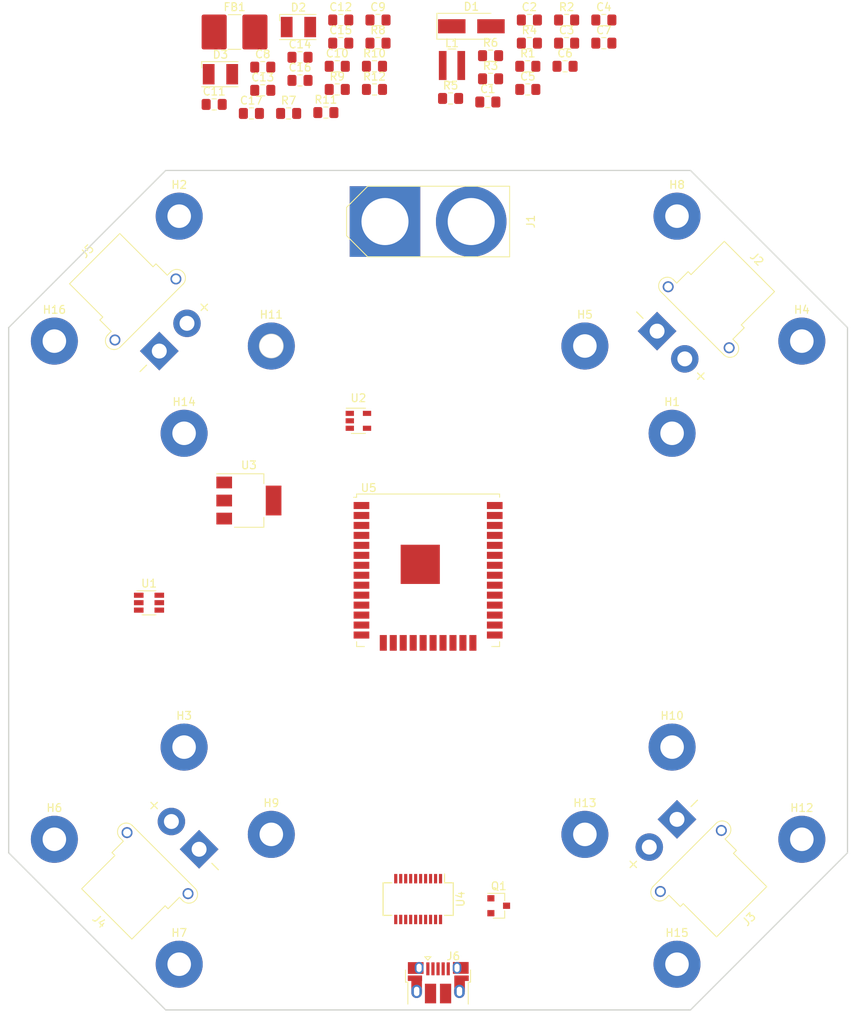
<source format=kicad_pcb>
(kicad_pcb (version 20171130) (host pcbnew 5.1.5)

  (general
    (thickness 1.6)
    (drawings 9)
    (tracks 0)
    (zones 0)
    (modules 62)
    (nets 31)
  )

  (page A4)
  (layers
    (0 F.Cu signal)
    (31 B.Cu signal)
    (32 B.Adhes user)
    (33 F.Adhes user)
    (34 B.Paste user)
    (35 F.Paste user)
    (36 B.SilkS user)
    (37 F.SilkS user)
    (38 B.Mask user)
    (39 F.Mask user)
    (40 Dwgs.User user)
    (41 Cmts.User user)
    (42 Eco1.User user)
    (43 Eco2.User user)
    (44 Edge.Cuts user)
    (45 Margin user)
    (46 B.CrtYd user)
    (47 F.CrtYd user)
    (48 B.Fab user)
    (49 F.Fab user)
  )

  (setup
    (last_trace_width 0.25)
    (trace_clearance 0.2)
    (zone_clearance 0.508)
    (zone_45_only no)
    (trace_min 0.2)
    (via_size 0.8)
    (via_drill 0.4)
    (via_min_size 0.4)
    (via_min_drill 0.3)
    (uvia_size 0.3)
    (uvia_drill 0.1)
    (uvias_allowed no)
    (uvia_min_size 0.2)
    (uvia_min_drill 0.1)
    (edge_width 0.05)
    (segment_width 0.2)
    (pcb_text_width 0.3)
    (pcb_text_size 1.5 1.5)
    (mod_edge_width 0.12)
    (mod_text_size 1 1)
    (mod_text_width 0.15)
    (pad_size 1.524 1.524)
    (pad_drill 0.762)
    (pad_to_mask_clearance 0.051)
    (solder_mask_min_width 0.25)
    (aux_axis_origin 0 0)
    (visible_elements FFFFFF7F)
    (pcbplotparams
      (layerselection 0x010fc_ffffffff)
      (usegerberextensions false)
      (usegerberattributes false)
      (usegerberadvancedattributes false)
      (creategerberjobfile false)
      (excludeedgelayer true)
      (linewidth 0.100000)
      (plotframeref false)
      (viasonmask false)
      (mode 1)
      (useauxorigin false)
      (hpglpennumber 1)
      (hpglpenspeed 20)
      (hpglpendiameter 15.000000)
      (psnegative false)
      (psa4output false)
      (plotreference true)
      (plotvalue true)
      (plotinvisibletext false)
      (padsonsilk false)
      (subtractmaskfromsilk false)
      (outputformat 1)
      (mirror false)
      (drillshape 1)
      (scaleselection 1)
      (outputdirectory ""))
  )

  (net 0 "")
  (net 1 GNDPWR)
  (net 2 V_BAT)
  (net 3 GND)
  (net 4 USB_D+)
  (net 5 USB_D-)
  (net 6 "Net-(C8-Pad1)")
  (net 7 "Net-(C14-Pad1)")
  (net 8 V_USB_IN)
  (net 9 "Net-(C14-Pad2)")
  (net 10 "Net-(R3-Pad1)")
  (net 11 "Net-(R2-Pad1)")
  (net 12 "Net-(C2-Pad1)")
  (net 13 "Net-(C2-Pad2)")
  (net 14 3V3_SENSOR)
  (net 15 5V)
  (net 16 3V3_CPU)
  (net 17 "Net-(C13-Pad2)")
  (net 18 EN)
  (net 19 BOOT)
  (net 20 RX)
  (net 21 USB_IN_EN)
  (net 22 "Net-(D2-Pad1)")
  (net 23 "Net-(R10-Pad1)")
  (net 24 "Net-(R7-Pad2)")
  (net 25 "Net-(D3-Pad1)")
  (net 26 TX)
  (net 27 "Net-(D2-Pad2)")
  (net 28 "Net-(D3-Pad2)")
  (net 29 "Net-(R3-Pad2)")
  (net 30 "Net-(R5-Pad1)")

  (net_class Default "This is the default net class."
    (clearance 0.2)
    (trace_width 0.25)
    (via_dia 0.8)
    (via_drill 0.4)
    (uvia_dia 0.3)
    (uvia_drill 0.1)
    (add_net 3V3_CPU)
    (add_net 3V3_SENSOR)
    (add_net 5V)
    (add_net BOOT)
    (add_net EN)
    (add_net GND)
    (add_net GNDPWR)
    (add_net "Net-(C13-Pad2)")
    (add_net "Net-(C14-Pad1)")
    (add_net "Net-(C14-Pad2)")
    (add_net "Net-(C2-Pad1)")
    (add_net "Net-(C2-Pad2)")
    (add_net "Net-(C8-Pad1)")
    (add_net "Net-(D2-Pad1)")
    (add_net "Net-(D2-Pad2)")
    (add_net "Net-(D3-Pad1)")
    (add_net "Net-(D3-Pad2)")
    (add_net "Net-(H1-Pad1)")
    (add_net "Net-(H10-Pad1)")
    (add_net "Net-(H11-Pad1)")
    (add_net "Net-(H12-Pad1)")
    (add_net "Net-(H13-Pad1)")
    (add_net "Net-(H14-Pad1)")
    (add_net "Net-(H15-Pad1)")
    (add_net "Net-(H16-Pad1)")
    (add_net "Net-(H2-Pad1)")
    (add_net "Net-(H3-Pad1)")
    (add_net "Net-(H4-Pad1)")
    (add_net "Net-(H5-Pad1)")
    (add_net "Net-(H6-Pad1)")
    (add_net "Net-(H7-Pad1)")
    (add_net "Net-(H8-Pad1)")
    (add_net "Net-(H9-Pad1)")
    (add_net "Net-(J6-Pad4)")
    (add_net "Net-(R10-Pad1)")
    (add_net "Net-(R2-Pad1)")
    (add_net "Net-(R3-Pad1)")
    (add_net "Net-(R3-Pad2)")
    (add_net "Net-(R5-Pad1)")
    (add_net "Net-(R7-Pad2)")
    (add_net "Net-(U2-Pad4)")
    (add_net "Net-(U4-Pad18)")
    (add_net "Net-(U4-Pad5)")
    (add_net "Net-(U4-Pad7)")
    (add_net "Net-(U4-Pad8)")
    (add_net "Net-(U4-Pad9)")
    (add_net "Net-(U5-Pad10)")
    (add_net "Net-(U5-Pad11)")
    (add_net "Net-(U5-Pad12)")
    (add_net "Net-(U5-Pad13)")
    (add_net "Net-(U5-Pad14)")
    (add_net "Net-(U5-Pad16)")
    (add_net "Net-(U5-Pad17)")
    (add_net "Net-(U5-Pad18)")
    (add_net "Net-(U5-Pad19)")
    (add_net "Net-(U5-Pad20)")
    (add_net "Net-(U5-Pad21)")
    (add_net "Net-(U5-Pad22)")
    (add_net "Net-(U5-Pad23)")
    (add_net "Net-(U5-Pad26)")
    (add_net "Net-(U5-Pad27)")
    (add_net "Net-(U5-Pad28)")
    (add_net "Net-(U5-Pad29)")
    (add_net "Net-(U5-Pad30)")
    (add_net "Net-(U5-Pad31)")
    (add_net "Net-(U5-Pad32)")
    (add_net "Net-(U5-Pad33)")
    (add_net "Net-(U5-Pad34)")
    (add_net "Net-(U5-Pad36)")
    (add_net "Net-(U5-Pad37)")
    (add_net "Net-(U5-Pad4)")
    (add_net "Net-(U5-Pad5)")
    (add_net "Net-(U5-Pad6)")
    (add_net "Net-(U5-Pad7)")
    (add_net "Net-(U5-Pad8)")
    (add_net "Net-(U5-Pad9)")
    (add_net RX)
    (add_net TX)
    (add_net USB_D+)
    (add_net USB_D-)
    (add_net USB_IN_EN)
    (add_net V_BAT)
    (add_net V_USB)
    (add_net V_USB_IN)
  )

  (module Resistor_SMD:R_0805_2012Metric_Pad1.15x1.40mm_HandSolder (layer F.Cu) (tedit 5B36C52B) (tstamp 5E5F0BB6)
    (at 76.98 17.45)
    (descr "Resistor SMD 0805 (2012 Metric), square (rectangular) end terminal, IPC_7351 nominal with elongated pad for handsoldering. (Body size source: https://docs.google.com/spreadsheets/d/1BsfQQcO9C6DZCsRaXUlFlo91Tg2WpOkGARC1WS5S8t0/edit?usp=sharing), generated with kicad-footprint-generator")
    (tags "resistor handsolder")
    (path /5E6307D9/5E63E08F)
    (attr smd)
    (fp_text reference R12 (at 0 -1.65) (layer F.SilkS)
      (effects (font (size 1 1) (thickness 0.15)))
    )
    (fp_text value 270 (at 0 1.65) (layer F.Fab)
      (effects (font (size 1 1) (thickness 0.15)))
    )
    (fp_text user %R (at 0 0) (layer F.Fab)
      (effects (font (size 0.5 0.5) (thickness 0.08)))
    )
    (fp_line (start 1.85 0.95) (end -1.85 0.95) (layer F.CrtYd) (width 0.05))
    (fp_line (start 1.85 -0.95) (end 1.85 0.95) (layer F.CrtYd) (width 0.05))
    (fp_line (start -1.85 -0.95) (end 1.85 -0.95) (layer F.CrtYd) (width 0.05))
    (fp_line (start -1.85 0.95) (end -1.85 -0.95) (layer F.CrtYd) (width 0.05))
    (fp_line (start -0.261252 0.71) (end 0.261252 0.71) (layer F.SilkS) (width 0.12))
    (fp_line (start -0.261252 -0.71) (end 0.261252 -0.71) (layer F.SilkS) (width 0.12))
    (fp_line (start 1 0.6) (end -1 0.6) (layer F.Fab) (width 0.1))
    (fp_line (start 1 -0.6) (end 1 0.6) (layer F.Fab) (width 0.1))
    (fp_line (start -1 -0.6) (end 1 -0.6) (layer F.Fab) (width 0.1))
    (fp_line (start -1 0.6) (end -1 -0.6) (layer F.Fab) (width 0.1))
    (pad 2 smd roundrect (at 1.025 0) (size 1.15 1.4) (layers F.Cu F.Paste F.Mask) (roundrect_rratio 0.217391)
      (net 28 "Net-(D3-Pad2)"))
    (pad 1 smd roundrect (at -1.025 0) (size 1.15 1.4) (layers F.Cu F.Paste F.Mask) (roundrect_rratio 0.217391)
      (net 17 "Net-(C13-Pad2)"))
    (model ${KISYS3DMOD}/Resistor_SMD.3dshapes/R_0805_2012Metric.wrl
      (at (xyz 0 0 0))
      (scale (xyz 1 1 1))
      (rotate (xyz 0 0 0))
    )
  )

  (module Resistor_SMD:R_0805_2012Metric_Pad1.15x1.40mm_HandSolder (layer F.Cu) (tedit 5B36C52B) (tstamp 5E5F0BA5)
    (at 70.78 20.4)
    (descr "Resistor SMD 0805 (2012 Metric), square (rectangular) end terminal, IPC_7351 nominal with elongated pad for handsoldering. (Body size source: https://docs.google.com/spreadsheets/d/1BsfQQcO9C6DZCsRaXUlFlo91Tg2WpOkGARC1WS5S8t0/edit?usp=sharing), generated with kicad-footprint-generator")
    (tags "resistor handsolder")
    (path /5E6307D9/5E63CD4C)
    (attr smd)
    (fp_text reference R11 (at 0 -1.65) (layer F.SilkS)
      (effects (font (size 1 1) (thickness 0.15)))
    )
    (fp_text value 270 (at 0 1.65) (layer F.Fab)
      (effects (font (size 1 1) (thickness 0.15)))
    )
    (fp_text user %R (at 0 0) (layer F.Fab)
      (effects (font (size 0.5 0.5) (thickness 0.08)))
    )
    (fp_line (start 1.85 0.95) (end -1.85 0.95) (layer F.CrtYd) (width 0.05))
    (fp_line (start 1.85 -0.95) (end 1.85 0.95) (layer F.CrtYd) (width 0.05))
    (fp_line (start -1.85 -0.95) (end 1.85 -0.95) (layer F.CrtYd) (width 0.05))
    (fp_line (start -1.85 0.95) (end -1.85 -0.95) (layer F.CrtYd) (width 0.05))
    (fp_line (start -0.261252 0.71) (end 0.261252 0.71) (layer F.SilkS) (width 0.12))
    (fp_line (start -0.261252 -0.71) (end 0.261252 -0.71) (layer F.SilkS) (width 0.12))
    (fp_line (start 1 0.6) (end -1 0.6) (layer F.Fab) (width 0.1))
    (fp_line (start 1 -0.6) (end 1 0.6) (layer F.Fab) (width 0.1))
    (fp_line (start -1 -0.6) (end 1 -0.6) (layer F.Fab) (width 0.1))
    (fp_line (start -1 0.6) (end -1 -0.6) (layer F.Fab) (width 0.1))
    (pad 2 smd roundrect (at 1.025 0) (size 1.15 1.4) (layers F.Cu F.Paste F.Mask) (roundrect_rratio 0.217391)
      (net 27 "Net-(D2-Pad2)"))
    (pad 1 smd roundrect (at -1.025 0) (size 1.15 1.4) (layers F.Cu F.Paste F.Mask) (roundrect_rratio 0.217391)
      (net 17 "Net-(C13-Pad2)"))
    (model ${KISYS3DMOD}/Resistor_SMD.3dshapes/R_0805_2012Metric.wrl
      (at (xyz 0 0 0))
      (scale (xyz 1 1 1))
      (rotate (xyz 0 0 0))
    )
  )

  (module Resistor_SMD:R_0805_2012Metric_Pad1.15x1.40mm_HandSolder (layer F.Cu) (tedit 5B36C52B) (tstamp 5E5F0B94)
    (at 76.98 14.5)
    (descr "Resistor SMD 0805 (2012 Metric), square (rectangular) end terminal, IPC_7351 nominal with elongated pad for handsoldering. (Body size source: https://docs.google.com/spreadsheets/d/1BsfQQcO9C6DZCsRaXUlFlo91Tg2WpOkGARC1WS5S8t0/edit?usp=sharing), generated with kicad-footprint-generator")
    (tags "resistor handsolder")
    (path /5E6307D9/5E63A355)
    (attr smd)
    (fp_text reference R10 (at 0 -1.65) (layer F.SilkS)
      (effects (font (size 1 1) (thickness 0.15)))
    )
    (fp_text value 27 (at 0 1.65) (layer F.Fab)
      (effects (font (size 1 1) (thickness 0.15)))
    )
    (fp_text user %R (at 0 0) (layer F.Fab)
      (effects (font (size 0.5 0.5) (thickness 0.08)))
    )
    (fp_line (start 1.85 0.95) (end -1.85 0.95) (layer F.CrtYd) (width 0.05))
    (fp_line (start 1.85 -0.95) (end 1.85 0.95) (layer F.CrtYd) (width 0.05))
    (fp_line (start -1.85 -0.95) (end 1.85 -0.95) (layer F.CrtYd) (width 0.05))
    (fp_line (start -1.85 0.95) (end -1.85 -0.95) (layer F.CrtYd) (width 0.05))
    (fp_line (start -0.261252 0.71) (end 0.261252 0.71) (layer F.SilkS) (width 0.12))
    (fp_line (start -0.261252 -0.71) (end 0.261252 -0.71) (layer F.SilkS) (width 0.12))
    (fp_line (start 1 0.6) (end -1 0.6) (layer F.Fab) (width 0.1))
    (fp_line (start 1 -0.6) (end 1 0.6) (layer F.Fab) (width 0.1))
    (fp_line (start -1 -0.6) (end 1 -0.6) (layer F.Fab) (width 0.1))
    (fp_line (start -1 0.6) (end -1 -0.6) (layer F.Fab) (width 0.1))
    (pad 2 smd roundrect (at 1.025 0) (size 1.15 1.4) (layers F.Cu F.Paste F.Mask) (roundrect_rratio 0.217391)
      (net 5 USB_D-))
    (pad 1 smd roundrect (at -1.025 0) (size 1.15 1.4) (layers F.Cu F.Paste F.Mask) (roundrect_rratio 0.217391)
      (net 23 "Net-(R10-Pad1)"))
    (model ${KISYS3DMOD}/Resistor_SMD.3dshapes/R_0805_2012Metric.wrl
      (at (xyz 0 0 0))
      (scale (xyz 1 1 1))
      (rotate (xyz 0 0 0))
    )
  )

  (module Resistor_SMD:R_0805_2012Metric_Pad1.15x1.40mm_HandSolder (layer F.Cu) (tedit 5B36C52B) (tstamp 5E5F0B83)
    (at 72.23 17.45)
    (descr "Resistor SMD 0805 (2012 Metric), square (rectangular) end terminal, IPC_7351 nominal with elongated pad for handsoldering. (Body size source: https://docs.google.com/spreadsheets/d/1BsfQQcO9C6DZCsRaXUlFlo91Tg2WpOkGARC1WS5S8t0/edit?usp=sharing), generated with kicad-footprint-generator")
    (tags "resistor handsolder")
    (path /5E6307D9/5E664EB5)
    (attr smd)
    (fp_text reference R9 (at 0 -1.65) (layer F.SilkS)
      (effects (font (size 1 1) (thickness 0.15)))
    )
    (fp_text value 10k (at 0 1.65) (layer F.Fab)
      (effects (font (size 1 1) (thickness 0.15)))
    )
    (fp_text user %R (at 0 0) (layer F.Fab)
      (effects (font (size 0.5 0.5) (thickness 0.08)))
    )
    (fp_line (start 1.85 0.95) (end -1.85 0.95) (layer F.CrtYd) (width 0.05))
    (fp_line (start 1.85 -0.95) (end 1.85 0.95) (layer F.CrtYd) (width 0.05))
    (fp_line (start -1.85 -0.95) (end 1.85 -0.95) (layer F.CrtYd) (width 0.05))
    (fp_line (start -1.85 0.95) (end -1.85 -0.95) (layer F.CrtYd) (width 0.05))
    (fp_line (start -0.261252 0.71) (end 0.261252 0.71) (layer F.SilkS) (width 0.12))
    (fp_line (start -0.261252 -0.71) (end 0.261252 -0.71) (layer F.SilkS) (width 0.12))
    (fp_line (start 1 0.6) (end -1 0.6) (layer F.Fab) (width 0.1))
    (fp_line (start 1 -0.6) (end 1 0.6) (layer F.Fab) (width 0.1))
    (fp_line (start -1 -0.6) (end 1 -0.6) (layer F.Fab) (width 0.1))
    (fp_line (start -1 0.6) (end -1 -0.6) (layer F.Fab) (width 0.1))
    (pad 2 smd roundrect (at 1.025 0) (size 1.15 1.4) (layers F.Cu F.Paste F.Mask) (roundrect_rratio 0.217391)
      (net 9 "Net-(C14-Pad2)"))
    (pad 1 smd roundrect (at -1.025 0) (size 1.15 1.4) (layers F.Cu F.Paste F.Mask) (roundrect_rratio 0.217391)
      (net 8 V_USB_IN))
    (model ${KISYS3DMOD}/Resistor_SMD.3dshapes/R_0805_2012Metric.wrl
      (at (xyz 0 0 0))
      (scale (xyz 1 1 1))
      (rotate (xyz 0 0 0))
    )
  )

  (module Resistor_SMD:R_0805_2012Metric_Pad1.15x1.40mm_HandSolder (layer F.Cu) (tedit 5B36C52B) (tstamp 5E5F0B72)
    (at 77.43 11.55)
    (descr "Resistor SMD 0805 (2012 Metric), square (rectangular) end terminal, IPC_7351 nominal with elongated pad for handsoldering. (Body size source: https://docs.google.com/spreadsheets/d/1BsfQQcO9C6DZCsRaXUlFlo91Tg2WpOkGARC1WS5S8t0/edit?usp=sharing), generated with kicad-footprint-generator")
    (tags "resistor handsolder")
    (path /5E6307D9/5E66597C)
    (attr smd)
    (fp_text reference R8 (at 0 -1.65) (layer F.SilkS)
      (effects (font (size 1 1) (thickness 0.15)))
    )
    (fp_text value 1k (at 0 1.65) (layer F.Fab)
      (effects (font (size 1 1) (thickness 0.15)))
    )
    (fp_text user %R (at 0 0) (layer F.Fab)
      (effects (font (size 0.5 0.5) (thickness 0.08)))
    )
    (fp_line (start 1.85 0.95) (end -1.85 0.95) (layer F.CrtYd) (width 0.05))
    (fp_line (start 1.85 -0.95) (end 1.85 0.95) (layer F.CrtYd) (width 0.05))
    (fp_line (start -1.85 -0.95) (end 1.85 -0.95) (layer F.CrtYd) (width 0.05))
    (fp_line (start -1.85 0.95) (end -1.85 -0.95) (layer F.CrtYd) (width 0.05))
    (fp_line (start -0.261252 0.71) (end 0.261252 0.71) (layer F.SilkS) (width 0.12))
    (fp_line (start -0.261252 -0.71) (end 0.261252 -0.71) (layer F.SilkS) (width 0.12))
    (fp_line (start 1 0.6) (end -1 0.6) (layer F.Fab) (width 0.1))
    (fp_line (start 1 -0.6) (end 1 0.6) (layer F.Fab) (width 0.1))
    (fp_line (start -1 -0.6) (end 1 -0.6) (layer F.Fab) (width 0.1))
    (fp_line (start -1 0.6) (end -1 -0.6) (layer F.Fab) (width 0.1))
    (pad 2 smd roundrect (at 1.025 0) (size 1.15 1.4) (layers F.Cu F.Paste F.Mask) (roundrect_rratio 0.217391)
      (net 21 USB_IN_EN))
    (pad 1 smd roundrect (at -1.025 0) (size 1.15 1.4) (layers F.Cu F.Paste F.Mask) (roundrect_rratio 0.217391)
      (net 9 "Net-(C14-Pad2)"))
    (model ${KISYS3DMOD}/Resistor_SMD.3dshapes/R_0805_2012Metric.wrl
      (at (xyz 0 0 0))
      (scale (xyz 1 1 1))
      (rotate (xyz 0 0 0))
    )
  )

  (module Resistor_SMD:R_0805_2012Metric_Pad1.15x1.40mm_HandSolder (layer F.Cu) (tedit 5B36C52B) (tstamp 5E5F0B61)
    (at 66.03 20.51)
    (descr "Resistor SMD 0805 (2012 Metric), square (rectangular) end terminal, IPC_7351 nominal with elongated pad for handsoldering. (Body size source: https://docs.google.com/spreadsheets/d/1BsfQQcO9C6DZCsRaXUlFlo91Tg2WpOkGARC1WS5S8t0/edit?usp=sharing), generated with kicad-footprint-generator")
    (tags "resistor handsolder")
    (path /5E6307D9/5E653F53)
    (attr smd)
    (fp_text reference R7 (at 0 -1.65) (layer F.SilkS)
      (effects (font (size 1 1) (thickness 0.15)))
    )
    (fp_text value 27 (at 0 1.65) (layer F.Fab)
      (effects (font (size 1 1) (thickness 0.15)))
    )
    (fp_text user %R (at 0 0) (layer F.Fab)
      (effects (font (size 0.5 0.5) (thickness 0.08)))
    )
    (fp_line (start 1.85 0.95) (end -1.85 0.95) (layer F.CrtYd) (width 0.05))
    (fp_line (start 1.85 -0.95) (end 1.85 0.95) (layer F.CrtYd) (width 0.05))
    (fp_line (start -1.85 -0.95) (end 1.85 -0.95) (layer F.CrtYd) (width 0.05))
    (fp_line (start -1.85 0.95) (end -1.85 -0.95) (layer F.CrtYd) (width 0.05))
    (fp_line (start -0.261252 0.71) (end 0.261252 0.71) (layer F.SilkS) (width 0.12))
    (fp_line (start -0.261252 -0.71) (end 0.261252 -0.71) (layer F.SilkS) (width 0.12))
    (fp_line (start 1 0.6) (end -1 0.6) (layer F.Fab) (width 0.1))
    (fp_line (start 1 -0.6) (end 1 0.6) (layer F.Fab) (width 0.1))
    (fp_line (start -1 -0.6) (end 1 -0.6) (layer F.Fab) (width 0.1))
    (fp_line (start -1 0.6) (end -1 -0.6) (layer F.Fab) (width 0.1))
    (pad 2 smd roundrect (at 1.025 0) (size 1.15 1.4) (layers F.Cu F.Paste F.Mask) (roundrect_rratio 0.217391)
      (net 24 "Net-(R7-Pad2)"))
    (pad 1 smd roundrect (at -1.025 0) (size 1.15 1.4) (layers F.Cu F.Paste F.Mask) (roundrect_rratio 0.217391)
      (net 4 USB_D+))
    (model ${KISYS3DMOD}/Resistor_SMD.3dshapes/R_0805_2012Metric.wrl
      (at (xyz 0 0 0))
      (scale (xyz 1 1 1))
      (rotate (xyz 0 0 0))
    )
  )

  (module Resistor_SMD:R_0805_2012Metric_Pad1.15x1.40mm_HandSolder (layer F.Cu) (tedit 5B36C52B) (tstamp 5E5F0B50)
    (at 91.79 13.15)
    (descr "Resistor SMD 0805 (2012 Metric), square (rectangular) end terminal, IPC_7351 nominal with elongated pad for handsoldering. (Body size source: https://docs.google.com/spreadsheets/d/1BsfQQcO9C6DZCsRaXUlFlo91Tg2WpOkGARC1WS5S8t0/edit?usp=sharing), generated with kicad-footprint-generator")
    (tags "resistor handsolder")
    (path /5E60F38F/5E6287C0)
    (attr smd)
    (fp_text reference R6 (at 0 -1.65) (layer F.SilkS)
      (effects (font (size 1 1) (thickness 0.15)))
    )
    (fp_text value 4k7 (at 0 1.65) (layer F.Fab)
      (effects (font (size 1 1) (thickness 0.15)))
    )
    (fp_text user %R (at 0 0) (layer F.Fab)
      (effects (font (size 0.5 0.5) (thickness 0.08)))
    )
    (fp_line (start 1.85 0.95) (end -1.85 0.95) (layer F.CrtYd) (width 0.05))
    (fp_line (start 1.85 -0.95) (end 1.85 0.95) (layer F.CrtYd) (width 0.05))
    (fp_line (start -1.85 -0.95) (end 1.85 -0.95) (layer F.CrtYd) (width 0.05))
    (fp_line (start -1.85 0.95) (end -1.85 -0.95) (layer F.CrtYd) (width 0.05))
    (fp_line (start -0.261252 0.71) (end 0.261252 0.71) (layer F.SilkS) (width 0.12))
    (fp_line (start -0.261252 -0.71) (end 0.261252 -0.71) (layer F.SilkS) (width 0.12))
    (fp_line (start 1 0.6) (end -1 0.6) (layer F.Fab) (width 0.1))
    (fp_line (start 1 -0.6) (end 1 0.6) (layer F.Fab) (width 0.1))
    (fp_line (start -1 -0.6) (end 1 -0.6) (layer F.Fab) (width 0.1))
    (fp_line (start -1 0.6) (end -1 -0.6) (layer F.Fab) (width 0.1))
    (pad 2 smd roundrect (at 1.025 0) (size 1.15 1.4) (layers F.Cu F.Paste F.Mask) (roundrect_rratio 0.217391)
      (net 30 "Net-(R5-Pad1)"))
    (pad 1 smd roundrect (at -1.025 0) (size 1.15 1.4) (layers F.Cu F.Paste F.Mask) (roundrect_rratio 0.217391)
      (net 3 GND))
    (model ${KISYS3DMOD}/Resistor_SMD.3dshapes/R_0805_2012Metric.wrl
      (at (xyz 0 0 0))
      (scale (xyz 1 1 1))
      (rotate (xyz 0 0 0))
    )
  )

  (module Resistor_SMD:R_0805_2012Metric_Pad1.15x1.40mm_HandSolder (layer F.Cu) (tedit 5B36C52B) (tstamp 5E5F0B3F)
    (at 86.69 18.6)
    (descr "Resistor SMD 0805 (2012 Metric), square (rectangular) end terminal, IPC_7351 nominal with elongated pad for handsoldering. (Body size source: https://docs.google.com/spreadsheets/d/1BsfQQcO9C6DZCsRaXUlFlo91Tg2WpOkGARC1WS5S8t0/edit?usp=sharing), generated with kicad-footprint-generator")
    (tags "resistor handsolder")
    (path /5E60F38F/5E628781)
    (attr smd)
    (fp_text reference R5 (at 0 -1.65) (layer F.SilkS)
      (effects (font (size 1 1) (thickness 0.15)))
    )
    (fp_text value 4k7 (at 0 1.65) (layer F.Fab)
      (effects (font (size 1 1) (thickness 0.15)))
    )
    (fp_text user %R (at 0 0) (layer F.Fab)
      (effects (font (size 0.5 0.5) (thickness 0.08)))
    )
    (fp_line (start 1.85 0.95) (end -1.85 0.95) (layer F.CrtYd) (width 0.05))
    (fp_line (start 1.85 -0.95) (end 1.85 0.95) (layer F.CrtYd) (width 0.05))
    (fp_line (start -1.85 -0.95) (end 1.85 -0.95) (layer F.CrtYd) (width 0.05))
    (fp_line (start -1.85 0.95) (end -1.85 -0.95) (layer F.CrtYd) (width 0.05))
    (fp_line (start -0.261252 0.71) (end 0.261252 0.71) (layer F.SilkS) (width 0.12))
    (fp_line (start -0.261252 -0.71) (end 0.261252 -0.71) (layer F.SilkS) (width 0.12))
    (fp_line (start 1 0.6) (end -1 0.6) (layer F.Fab) (width 0.1))
    (fp_line (start 1 -0.6) (end 1 0.6) (layer F.Fab) (width 0.1))
    (fp_line (start -1 -0.6) (end 1 -0.6) (layer F.Fab) (width 0.1))
    (fp_line (start -1 0.6) (end -1 -0.6) (layer F.Fab) (width 0.1))
    (pad 2 smd roundrect (at 1.025 0) (size 1.15 1.4) (layers F.Cu F.Paste F.Mask) (roundrect_rratio 0.217391)
      (net 29 "Net-(R3-Pad2)"))
    (pad 1 smd roundrect (at -1.025 0) (size 1.15 1.4) (layers F.Cu F.Paste F.Mask) (roundrect_rratio 0.217391)
      (net 30 "Net-(R5-Pad1)"))
    (model ${KISYS3DMOD}/Resistor_SMD.3dshapes/R_0805_2012Metric.wrl
      (at (xyz 0 0 0))
      (scale (xyz 1 1 1))
      (rotate (xyz 0 0 0))
    )
  )

  (module Resistor_SMD:R_0805_2012Metric_Pad1.15x1.40mm_HandSolder (layer F.Cu) (tedit 5B36C52B) (tstamp 5E5F0B2E)
    (at 96.74 11.55)
    (descr "Resistor SMD 0805 (2012 Metric), square (rectangular) end terminal, IPC_7351 nominal with elongated pad for handsoldering. (Body size source: https://docs.google.com/spreadsheets/d/1BsfQQcO9C6DZCsRaXUlFlo91Tg2WpOkGARC1WS5S8t0/edit?usp=sharing), generated with kicad-footprint-generator")
    (tags "resistor handsolder")
    (path /5E60F38F/5E62877B)
    (attr smd)
    (fp_text reference R4 (at 0 -1.65) (layer F.SilkS)
      (effects (font (size 1 1) (thickness 0.15)))
    )
    (fp_text value 47 (at 0 1.65) (layer F.Fab)
      (effects (font (size 1 1) (thickness 0.15)))
    )
    (fp_text user %R (at 0 0) (layer F.Fab)
      (effects (font (size 0.5 0.5) (thickness 0.08)))
    )
    (fp_line (start 1.85 0.95) (end -1.85 0.95) (layer F.CrtYd) (width 0.05))
    (fp_line (start 1.85 -0.95) (end 1.85 0.95) (layer F.CrtYd) (width 0.05))
    (fp_line (start -1.85 -0.95) (end 1.85 -0.95) (layer F.CrtYd) (width 0.05))
    (fp_line (start -1.85 0.95) (end -1.85 -0.95) (layer F.CrtYd) (width 0.05))
    (fp_line (start -0.261252 0.71) (end 0.261252 0.71) (layer F.SilkS) (width 0.12))
    (fp_line (start -0.261252 -0.71) (end 0.261252 -0.71) (layer F.SilkS) (width 0.12))
    (fp_line (start 1 0.6) (end -1 0.6) (layer F.Fab) (width 0.1))
    (fp_line (start 1 -0.6) (end 1 0.6) (layer F.Fab) (width 0.1))
    (fp_line (start -1 -0.6) (end 1 -0.6) (layer F.Fab) (width 0.1))
    (fp_line (start -1 0.6) (end -1 -0.6) (layer F.Fab) (width 0.1))
    (pad 2 smd roundrect (at 1.025 0) (size 1.15 1.4) (layers F.Cu F.Paste F.Mask) (roundrect_rratio 0.217391)
      (net 15 5V))
    (pad 1 smd roundrect (at -1.025 0) (size 1.15 1.4) (layers F.Cu F.Paste F.Mask) (roundrect_rratio 0.217391)
      (net 29 "Net-(R3-Pad2)"))
    (model ${KISYS3DMOD}/Resistor_SMD.3dshapes/R_0805_2012Metric.wrl
      (at (xyz 0 0 0))
      (scale (xyz 1 1 1))
      (rotate (xyz 0 0 0))
    )
  )

  (module Resistor_SMD:R_0805_2012Metric_Pad1.15x1.40mm_HandSolder (layer F.Cu) (tedit 5B36C52B) (tstamp 5E5F0B1D)
    (at 91.79 16.1)
    (descr "Resistor SMD 0805 (2012 Metric), square (rectangular) end terminal, IPC_7351 nominal with elongated pad for handsoldering. (Body size source: https://docs.google.com/spreadsheets/d/1BsfQQcO9C6DZCsRaXUlFlo91Tg2WpOkGARC1WS5S8t0/edit?usp=sharing), generated with kicad-footprint-generator")
    (tags "resistor handsolder")
    (path /5E60F38F/5E628787)
    (attr smd)
    (fp_text reference R3 (at 0 -1.65) (layer F.SilkS)
      (effects (font (size 1 1) (thickness 0.15)))
    )
    (fp_text value 47k (at 0 1.65) (layer F.Fab)
      (effects (font (size 1 1) (thickness 0.15)))
    )
    (fp_text user %R (at 0 0) (layer F.Fab)
      (effects (font (size 0.5 0.5) (thickness 0.08)))
    )
    (fp_line (start 1.85 0.95) (end -1.85 0.95) (layer F.CrtYd) (width 0.05))
    (fp_line (start 1.85 -0.95) (end 1.85 0.95) (layer F.CrtYd) (width 0.05))
    (fp_line (start -1.85 -0.95) (end 1.85 -0.95) (layer F.CrtYd) (width 0.05))
    (fp_line (start -1.85 0.95) (end -1.85 -0.95) (layer F.CrtYd) (width 0.05))
    (fp_line (start -0.261252 0.71) (end 0.261252 0.71) (layer F.SilkS) (width 0.12))
    (fp_line (start -0.261252 -0.71) (end 0.261252 -0.71) (layer F.SilkS) (width 0.12))
    (fp_line (start 1 0.6) (end -1 0.6) (layer F.Fab) (width 0.1))
    (fp_line (start 1 -0.6) (end 1 0.6) (layer F.Fab) (width 0.1))
    (fp_line (start -1 -0.6) (end 1 -0.6) (layer F.Fab) (width 0.1))
    (fp_line (start -1 0.6) (end -1 -0.6) (layer F.Fab) (width 0.1))
    (pad 2 smd roundrect (at 1.025 0) (size 1.15 1.4) (layers F.Cu F.Paste F.Mask) (roundrect_rratio 0.217391)
      (net 29 "Net-(R3-Pad2)"))
    (pad 1 smd roundrect (at -1.025 0) (size 1.15 1.4) (layers F.Cu F.Paste F.Mask) (roundrect_rratio 0.217391)
      (net 10 "Net-(R3-Pad1)"))
    (model ${KISYS3DMOD}/Resistor_SMD.3dshapes/R_0805_2012Metric.wrl
      (at (xyz 0 0 0))
      (scale (xyz 1 1 1))
      (rotate (xyz 0 0 0))
    )
  )

  (module Resistor_SMD:R_0805_2012Metric_Pad1.15x1.40mm_HandSolder (layer F.Cu) (tedit 5B36C52B) (tstamp 5E5F0B0C)
    (at 101.49 8.6)
    (descr "Resistor SMD 0805 (2012 Metric), square (rectangular) end terminal, IPC_7351 nominal with elongated pad for handsoldering. (Body size source: https://docs.google.com/spreadsheets/d/1BsfQQcO9C6DZCsRaXUlFlo91Tg2WpOkGARC1WS5S8t0/edit?usp=sharing), generated with kicad-footprint-generator")
    (tags "resistor handsolder")
    (path /5E60F38F/5E628769)
    (attr smd)
    (fp_text reference R2 (at 0 -1.65) (layer F.SilkS)
      (effects (font (size 1 1) (thickness 0.15)))
    )
    (fp_text value 100k (at 0 1.65) (layer F.Fab)
      (effects (font (size 1 1) (thickness 0.15)))
    )
    (fp_text user %R (at 0 0) (layer F.Fab)
      (effects (font (size 0.5 0.5) (thickness 0.08)))
    )
    (fp_line (start 1.85 0.95) (end -1.85 0.95) (layer F.CrtYd) (width 0.05))
    (fp_line (start 1.85 -0.95) (end 1.85 0.95) (layer F.CrtYd) (width 0.05))
    (fp_line (start -1.85 -0.95) (end 1.85 -0.95) (layer F.CrtYd) (width 0.05))
    (fp_line (start -1.85 0.95) (end -1.85 -0.95) (layer F.CrtYd) (width 0.05))
    (fp_line (start -0.261252 0.71) (end 0.261252 0.71) (layer F.SilkS) (width 0.12))
    (fp_line (start -0.261252 -0.71) (end 0.261252 -0.71) (layer F.SilkS) (width 0.12))
    (fp_line (start 1 0.6) (end -1 0.6) (layer F.Fab) (width 0.1))
    (fp_line (start 1 -0.6) (end 1 0.6) (layer F.Fab) (width 0.1))
    (fp_line (start -1 -0.6) (end 1 -0.6) (layer F.Fab) (width 0.1))
    (fp_line (start -1 0.6) (end -1 -0.6) (layer F.Fab) (width 0.1))
    (pad 2 smd roundrect (at 1.025 0) (size 1.15 1.4) (layers F.Cu F.Paste F.Mask) (roundrect_rratio 0.217391)
      (net 2 V_BAT))
    (pad 1 smd roundrect (at -1.025 0) (size 1.15 1.4) (layers F.Cu F.Paste F.Mask) (roundrect_rratio 0.217391)
      (net 11 "Net-(R2-Pad1)"))
    (model ${KISYS3DMOD}/Resistor_SMD.3dshapes/R_0805_2012Metric.wrl
      (at (xyz 0 0 0))
      (scale (xyz 1 1 1))
      (rotate (xyz 0 0 0))
    )
  )

  (module Resistor_SMD:R_0805_2012Metric_Pad1.15x1.40mm_HandSolder (layer F.Cu) (tedit 5B36C52B) (tstamp 5E5F0AFB)
    (at 96.54 14.5)
    (descr "Resistor SMD 0805 (2012 Metric), square (rectangular) end terminal, IPC_7351 nominal with elongated pad for handsoldering. (Body size source: https://docs.google.com/spreadsheets/d/1BsfQQcO9C6DZCsRaXUlFlo91Tg2WpOkGARC1WS5S8t0/edit?usp=sharing), generated with kicad-footprint-generator")
    (tags "resistor handsolder")
    (path /5E60F38F/5E6AF3F0)
    (attr smd)
    (fp_text reference R1 (at 0 -1.65) (layer F.SilkS)
      (effects (font (size 1 1) (thickness 0.15)))
    )
    (fp_text value 0 (at 0 1.65) (layer F.Fab)
      (effects (font (size 1 1) (thickness 0.15)))
    )
    (fp_text user %R (at 0 0) (layer F.Fab)
      (effects (font (size 0.5 0.5) (thickness 0.08)))
    )
    (fp_line (start 1.85 0.95) (end -1.85 0.95) (layer F.CrtYd) (width 0.05))
    (fp_line (start 1.85 -0.95) (end 1.85 0.95) (layer F.CrtYd) (width 0.05))
    (fp_line (start -1.85 -0.95) (end 1.85 -0.95) (layer F.CrtYd) (width 0.05))
    (fp_line (start -1.85 0.95) (end -1.85 -0.95) (layer F.CrtYd) (width 0.05))
    (fp_line (start -0.261252 0.71) (end 0.261252 0.71) (layer F.SilkS) (width 0.12))
    (fp_line (start -0.261252 -0.71) (end 0.261252 -0.71) (layer F.SilkS) (width 0.12))
    (fp_line (start 1 0.6) (end -1 0.6) (layer F.Fab) (width 0.1))
    (fp_line (start 1 -0.6) (end 1 0.6) (layer F.Fab) (width 0.1))
    (fp_line (start -1 -0.6) (end 1 -0.6) (layer F.Fab) (width 0.1))
    (fp_line (start -1 0.6) (end -1 -0.6) (layer F.Fab) (width 0.1))
    (pad 2 smd roundrect (at 1.025 0) (size 1.15 1.4) (layers F.Cu F.Paste F.Mask) (roundrect_rratio 0.217391)
      (net 3 GND))
    (pad 1 smd roundrect (at -1.025 0) (size 1.15 1.4) (layers F.Cu F.Paste F.Mask) (roundrect_rratio 0.217391)
      (net 1 GNDPWR))
    (model ${KISYS3DMOD}/Resistor_SMD.3dshapes/R_0805_2012Metric.wrl
      (at (xyz 0 0 0))
      (scale (xyz 1 1 1))
      (rotate (xyz 0 0 0))
    )
  )

  (module Inductor_SMD:L_Wuerth_MAPI-4020 (layer F.Cu) (tedit 59912BEE) (tstamp 5E5F0AC2)
    (at 86.865 14.4)
    (descr "Inductor, Wuerth Elektronik, Wuerth_MAPI-4020, 4.0mmx4.0mm")
    (tags "inductor Wuerth smd")
    (path /5E60F38F/5E62876F)
    (attr smd)
    (fp_text reference L1 (at 0 -2.85) (layer F.SilkS)
      (effects (font (size 1 1) (thickness 0.15)))
    )
    (fp_text value 10u (at 0 3.35) (layer F.Fab)
      (effects (font (size 1 1) (thickness 0.15)))
    )
    (fp_line (start -0.495 2.1) (end 0.495 2.1) (layer F.SilkS) (width 0.12))
    (fp_line (start -0.495 -2.1) (end 0.495 -2.1) (layer F.SilkS) (width 0.12))
    (fp_line (start 2 -2.2) (end -2 -2.2) (layer F.CrtYd) (width 0.05))
    (fp_line (start 2 2.2) (end 2 -2.2) (layer F.CrtYd) (width 0.05))
    (fp_line (start -2 2.2) (end 2 2.2) (layer F.CrtYd) (width 0.05))
    (fp_line (start -2 -2.2) (end -2 2.2) (layer F.CrtYd) (width 0.05))
    (fp_line (start 2 -2) (end -2 -2) (layer F.Fab) (width 0.1))
    (fp_line (start 2 2) (end 2 -2) (layer F.Fab) (width 0.1))
    (fp_line (start -2 2) (end 2 2) (layer F.Fab) (width 0.1))
    (fp_line (start -2 -2) (end -2 2) (layer F.Fab) (width 0.1))
    (fp_text user %R (at 0 0) (layer F.Fab)
      (effects (font (size 0.8 0.8) (thickness 0.15)))
    )
    (pad 2 smd rect (at 1.185 0) (size 0.98 3.7) (layers F.Cu F.Paste F.Mask)
      (net 15 5V))
    (pad 1 smd rect (at -1.185 0) (size 0.98 3.7) (layers F.Cu F.Paste F.Mask)
      (net 13 "Net-(C2-Pad2)"))
    (model ${KISYS3DMOD}/Inductor_SMD.3dshapes/L_Wuerth_MAPI-4020.wrl
      (at (xyz 0 0 0))
      (scale (xyz 1 1 1))
      (rotate (xyz 0 0 0))
    )
  )

  (module Inductor_SMD:L_2816_7142Metric_Pad3.20x4.45mm_HandSolder (layer F.Cu) (tedit 5B341557) (tstamp 5E5F0821)
    (at 59.13 10.13)
    (descr "Capacitor SMD 2816 (7142 Metric), square (rectangular) end terminal, IPC_7351 nominal with elongated pad for handsoldering. (Body size from: https://www.vishay.com/docs/30100/wsl.pdf), generated with kicad-footprint-generator")
    (tags "inductor handsolder")
    (path /5E6307D9/5E63FD14)
    (attr smd)
    (fp_text reference FB1 (at 0 -3.18) (layer F.SilkS)
      (effects (font (size 1 1) (thickness 0.15)))
    )
    (fp_text value Ferrite_Bead (at 0 3.18) (layer F.Fab)
      (effects (font (size 1 1) (thickness 0.15)))
    )
    (fp_text user %R (at 0 0) (layer F.Fab)
      (effects (font (size 1 1) (thickness 0.15)))
    )
    (fp_line (start 4.45 2.48) (end -4.45 2.48) (layer F.CrtYd) (width 0.05))
    (fp_line (start 4.45 -2.48) (end 4.45 2.48) (layer F.CrtYd) (width 0.05))
    (fp_line (start -4.45 -2.48) (end 4.45 -2.48) (layer F.CrtYd) (width 0.05))
    (fp_line (start -4.45 2.48) (end -4.45 -2.48) (layer F.CrtYd) (width 0.05))
    (fp_line (start -0.797369 2.21) (end 0.797369 2.21) (layer F.SilkS) (width 0.12))
    (fp_line (start -0.797369 -2.21) (end 0.797369 -2.21) (layer F.SilkS) (width 0.12))
    (fp_line (start 3.55 2.1) (end -3.55 2.1) (layer F.Fab) (width 0.1))
    (fp_line (start 3.55 -2.1) (end 3.55 2.1) (layer F.Fab) (width 0.1))
    (fp_line (start -3.55 -2.1) (end 3.55 -2.1) (layer F.Fab) (width 0.1))
    (fp_line (start -3.55 2.1) (end -3.55 -2.1) (layer F.Fab) (width 0.1))
    (pad 2 smd roundrect (at 2.6 0) (size 3.2 4.45) (layers F.Cu F.Paste F.Mask) (roundrect_rratio 0.078125)
      (net 6 "Net-(C8-Pad1)"))
    (pad 1 smd roundrect (at -2.6 0) (size 3.2 4.45) (layers F.Cu F.Paste F.Mask) (roundrect_rratio 0.078125)
      (net 8 V_USB_IN))
    (model ${KISYS3DMOD}/Inductor_SMD.3dshapes/L_2816_7142Metric.wrl
      (at (xyz 0 0 0))
      (scale (xyz 1 1 1))
      (rotate (xyz 0 0 0))
    )
  )

  (module LED_SMD:LED_PLCC-2 (layer F.Cu) (tedit 59959404) (tstamp 5E5F0810)
    (at 57.33 15.51)
    (descr "LED PLCC-2 SMD package")
    (tags "LED PLCC-2 SMD")
    (path /5E6307D9/5E63F6AB)
    (attr smd)
    (fp_text reference D3 (at 0 -2.5) (layer F.SilkS)
      (effects (font (size 1 1) (thickness 0.15)))
    )
    (fp_text value LED (at 0 2.5) (layer F.Fab)
      (effects (font (size 1 1) (thickness 0.15)))
    )
    (fp_text user %R (at 0 0) (layer F.Fab)
      (effects (font (size 0.4 0.4) (thickness 0.1)))
    )
    (fp_line (start -2.4 -1.6) (end -2.4 -0.8) (layer F.SilkS) (width 0.12))
    (fp_line (start 2.25 -1.6) (end -2.4 -1.6) (layer F.SilkS) (width 0.12))
    (fp_line (start 2.25 1.6) (end -2.4 1.6) (layer F.SilkS) (width 0.12))
    (fp_line (start -2.65 1.85) (end -2.65 -1.85) (layer F.CrtYd) (width 0.05))
    (fp_line (start 2.5 1.85) (end -2.65 1.85) (layer F.CrtYd) (width 0.05))
    (fp_line (start 2.5 -1.85) (end 2.5 1.85) (layer F.CrtYd) (width 0.05))
    (fp_line (start -2.65 -1.85) (end 2.5 -1.85) (layer F.CrtYd) (width 0.05))
    (fp_line (start -1.7 1.5) (end 1.7 1.5) (layer F.Fab) (width 0.1))
    (fp_line (start -1.7 -1.5) (end -1.7 1.5) (layer F.Fab) (width 0.1))
    (fp_line (start 1.7 -1.5) (end -1.7 -1.5) (layer F.Fab) (width 0.1))
    (fp_line (start 1.7 1.5) (end 1.7 -1.5) (layer F.Fab) (width 0.1))
    (fp_line (start -1.7 -0.6) (end -0.8 -1.5) (layer F.Fab) (width 0.1))
    (fp_circle (center 0 0) (end 0 -1.25) (layer F.Fab) (width 0.1))
    (pad 2 smd rect (at 1.5 0) (size 1.5 2.6) (layers F.Cu F.Paste F.Mask)
      (net 28 "Net-(D3-Pad2)"))
    (pad 1 smd rect (at -1.5 0) (size 1.5 2.6) (layers F.Cu F.Paste F.Mask)
      (net 25 "Net-(D3-Pad1)"))
    (model ${KISYS3DMOD}/LED_SMD.3dshapes/LED_PLCC-2.wrl
      (at (xyz 0 0 0))
      (scale (xyz 1 1 1))
      (rotate (xyz 0 0 0))
    )
  )

  (module LED_SMD:LED_PLCC-2 (layer F.Cu) (tedit 59959404) (tstamp 5E5F07FC)
    (at 67.28 9.5)
    (descr "LED PLCC-2 SMD package")
    (tags "LED PLCC-2 SMD")
    (path /5E6307D9/5E63E468)
    (attr smd)
    (fp_text reference D2 (at 0 -2.5) (layer F.SilkS)
      (effects (font (size 1 1) (thickness 0.15)))
    )
    (fp_text value LED (at 0 2.5) (layer F.Fab)
      (effects (font (size 1 1) (thickness 0.15)))
    )
    (fp_text user %R (at 0 0) (layer F.Fab)
      (effects (font (size 0.4 0.4) (thickness 0.1)))
    )
    (fp_line (start -2.4 -1.6) (end -2.4 -0.8) (layer F.SilkS) (width 0.12))
    (fp_line (start 2.25 -1.6) (end -2.4 -1.6) (layer F.SilkS) (width 0.12))
    (fp_line (start 2.25 1.6) (end -2.4 1.6) (layer F.SilkS) (width 0.12))
    (fp_line (start -2.65 1.85) (end -2.65 -1.85) (layer F.CrtYd) (width 0.05))
    (fp_line (start 2.5 1.85) (end -2.65 1.85) (layer F.CrtYd) (width 0.05))
    (fp_line (start 2.5 -1.85) (end 2.5 1.85) (layer F.CrtYd) (width 0.05))
    (fp_line (start -2.65 -1.85) (end 2.5 -1.85) (layer F.CrtYd) (width 0.05))
    (fp_line (start -1.7 1.5) (end 1.7 1.5) (layer F.Fab) (width 0.1))
    (fp_line (start -1.7 -1.5) (end -1.7 1.5) (layer F.Fab) (width 0.1))
    (fp_line (start 1.7 -1.5) (end -1.7 -1.5) (layer F.Fab) (width 0.1))
    (fp_line (start 1.7 1.5) (end 1.7 -1.5) (layer F.Fab) (width 0.1))
    (fp_line (start -1.7 -0.6) (end -0.8 -1.5) (layer F.Fab) (width 0.1))
    (fp_circle (center 0 0) (end 0 -1.25) (layer F.Fab) (width 0.1))
    (pad 2 smd rect (at 1.5 0) (size 1.5 2.6) (layers F.Cu F.Paste F.Mask)
      (net 27 "Net-(D2-Pad2)"))
    (pad 1 smd rect (at -1.5 0) (size 1.5 2.6) (layers F.Cu F.Paste F.Mask)
      (net 22 "Net-(D2-Pad1)"))
    (model ${KISYS3DMOD}/LED_SMD.3dshapes/LED_PLCC-2.wrl
      (at (xyz 0 0 0))
      (scale (xyz 1 1 1))
      (rotate (xyz 0 0 0))
    )
  )

  (module Diode_SMD:D_SMA_Handsoldering (layer F.Cu) (tedit 58643398) (tstamp 5E5F07E8)
    (at 89.34 9.4)
    (descr "Diode SMA (DO-214AC) Handsoldering")
    (tags "Diode SMA (DO-214AC) Handsoldering")
    (path /5E60F38F/5E628775)
    (attr smd)
    (fp_text reference D1 (at 0 -2.5) (layer F.SilkS)
      (effects (font (size 1 1) (thickness 0.15)))
    )
    (fp_text value D_Schottky (at 0 2.6) (layer F.Fab)
      (effects (font (size 1 1) (thickness 0.15)))
    )
    (fp_line (start -4.4 -1.65) (end 2.5 -1.65) (layer F.SilkS) (width 0.12))
    (fp_line (start -4.4 1.65) (end 2.5 1.65) (layer F.SilkS) (width 0.12))
    (fp_line (start -0.64944 0.00102) (end 0.50118 -0.79908) (layer F.Fab) (width 0.1))
    (fp_line (start -0.64944 0.00102) (end 0.50118 0.75032) (layer F.Fab) (width 0.1))
    (fp_line (start 0.50118 0.75032) (end 0.50118 -0.79908) (layer F.Fab) (width 0.1))
    (fp_line (start -0.64944 -0.79908) (end -0.64944 0.80112) (layer F.Fab) (width 0.1))
    (fp_line (start 0.50118 0.00102) (end 1.4994 0.00102) (layer F.Fab) (width 0.1))
    (fp_line (start -0.64944 0.00102) (end -1.55114 0.00102) (layer F.Fab) (width 0.1))
    (fp_line (start -4.5 1.75) (end -4.5 -1.75) (layer F.CrtYd) (width 0.05))
    (fp_line (start 4.5 1.75) (end -4.5 1.75) (layer F.CrtYd) (width 0.05))
    (fp_line (start 4.5 -1.75) (end 4.5 1.75) (layer F.CrtYd) (width 0.05))
    (fp_line (start -4.5 -1.75) (end 4.5 -1.75) (layer F.CrtYd) (width 0.05))
    (fp_line (start 2.3 -1.5) (end -2.3 -1.5) (layer F.Fab) (width 0.1))
    (fp_line (start 2.3 -1.5) (end 2.3 1.5) (layer F.Fab) (width 0.1))
    (fp_line (start -2.3 1.5) (end -2.3 -1.5) (layer F.Fab) (width 0.1))
    (fp_line (start 2.3 1.5) (end -2.3 1.5) (layer F.Fab) (width 0.1))
    (fp_line (start -4.4 -1.65) (end -4.4 1.65) (layer F.SilkS) (width 0.12))
    (fp_text user %R (at 0 -2.5) (layer F.Fab)
      (effects (font (size 1 1) (thickness 0.15)))
    )
    (pad 2 smd rect (at 2.5 0) (size 3.5 1.8) (layers F.Cu F.Paste F.Mask))
    (pad 1 smd rect (at -2.5 0) (size 3.5 1.8) (layers F.Cu F.Paste F.Mask)
      (net 15 5V))
    (model ${KISYS3DMOD}/Diode_SMD.3dshapes/D_SMA.wrl
      (at (xyz 0 0 0))
      (scale (xyz 1 1 1))
      (rotate (xyz 0 0 0))
    )
  )

  (module Capacitor_SMD:C_0805_2012Metric_Pad1.15x1.40mm_HandSolder (layer F.Cu) (tedit 5B36C52B) (tstamp 5E5F07D0)
    (at 61.28 20.51)
    (descr "Capacitor SMD 0805 (2012 Metric), square (rectangular) end terminal, IPC_7351 nominal with elongated pad for handsoldering. (Body size source: https://docs.google.com/spreadsheets/d/1BsfQQcO9C6DZCsRaXUlFlo91Tg2WpOkGARC1WS5S8t0/edit?usp=sharing), generated with kicad-footprint-generator")
    (tags "capacitor handsolder")
    (path /5E6307D9/5E69B537)
    (attr smd)
    (fp_text reference C17 (at 0 -1.65) (layer F.SilkS)
      (effects (font (size 1 1) (thickness 0.15)))
    )
    (fp_text value 22u (at 0 1.65) (layer F.Fab)
      (effects (font (size 1 1) (thickness 0.15)))
    )
    (fp_text user %R (at 0 0) (layer F.Fab)
      (effects (font (size 0.5 0.5) (thickness 0.08)))
    )
    (fp_line (start 1.85 0.95) (end -1.85 0.95) (layer F.CrtYd) (width 0.05))
    (fp_line (start 1.85 -0.95) (end 1.85 0.95) (layer F.CrtYd) (width 0.05))
    (fp_line (start -1.85 -0.95) (end 1.85 -0.95) (layer F.CrtYd) (width 0.05))
    (fp_line (start -1.85 0.95) (end -1.85 -0.95) (layer F.CrtYd) (width 0.05))
    (fp_line (start -0.261252 0.71) (end 0.261252 0.71) (layer F.SilkS) (width 0.12))
    (fp_line (start -0.261252 -0.71) (end 0.261252 -0.71) (layer F.SilkS) (width 0.12))
    (fp_line (start 1 0.6) (end -1 0.6) (layer F.Fab) (width 0.1))
    (fp_line (start 1 -0.6) (end 1 0.6) (layer F.Fab) (width 0.1))
    (fp_line (start -1 -0.6) (end 1 -0.6) (layer F.Fab) (width 0.1))
    (fp_line (start -1 0.6) (end -1 -0.6) (layer F.Fab) (width 0.1))
    (pad 2 smd roundrect (at 1.025 0) (size 1.15 1.4) (layers F.Cu F.Paste F.Mask) (roundrect_rratio 0.217391)
      (net 3 GND))
    (pad 1 smd roundrect (at -1.025 0) (size 1.15 1.4) (layers F.Cu F.Paste F.Mask) (roundrect_rratio 0.217391)
      (net 16 3V3_CPU))
    (model ${KISYS3DMOD}/Capacitor_SMD.3dshapes/C_0805_2012Metric.wrl
      (at (xyz 0 0 0))
      (scale (xyz 1 1 1))
      (rotate (xyz 0 0 0))
    )
  )

  (module Capacitor_SMD:C_0805_2012Metric_Pad1.15x1.40mm_HandSolder (layer F.Cu) (tedit 5B36C52B) (tstamp 5E5F07BF)
    (at 67.48 16.3)
    (descr "Capacitor SMD 0805 (2012 Metric), square (rectangular) end terminal, IPC_7351 nominal with elongated pad for handsoldering. (Body size source: https://docs.google.com/spreadsheets/d/1BsfQQcO9C6DZCsRaXUlFlo91Tg2WpOkGARC1WS5S8t0/edit?usp=sharing), generated with kicad-footprint-generator")
    (tags "capacitor handsolder")
    (path /5E6307D9/5E69C1A1)
    (attr smd)
    (fp_text reference C16 (at 0 -1.65) (layer F.SilkS)
      (effects (font (size 1 1) (thickness 0.15)))
    )
    (fp_text value 100n (at 0 1.65) (layer F.Fab)
      (effects (font (size 1 1) (thickness 0.15)))
    )
    (fp_text user %R (at 0 0) (layer F.Fab)
      (effects (font (size 0.5 0.5) (thickness 0.08)))
    )
    (fp_line (start 1.85 0.95) (end -1.85 0.95) (layer F.CrtYd) (width 0.05))
    (fp_line (start 1.85 -0.95) (end 1.85 0.95) (layer F.CrtYd) (width 0.05))
    (fp_line (start -1.85 -0.95) (end 1.85 -0.95) (layer F.CrtYd) (width 0.05))
    (fp_line (start -1.85 0.95) (end -1.85 -0.95) (layer F.CrtYd) (width 0.05))
    (fp_line (start -0.261252 0.71) (end 0.261252 0.71) (layer F.SilkS) (width 0.12))
    (fp_line (start -0.261252 -0.71) (end 0.261252 -0.71) (layer F.SilkS) (width 0.12))
    (fp_line (start 1 0.6) (end -1 0.6) (layer F.Fab) (width 0.1))
    (fp_line (start 1 -0.6) (end 1 0.6) (layer F.Fab) (width 0.1))
    (fp_line (start -1 -0.6) (end 1 -0.6) (layer F.Fab) (width 0.1))
    (fp_line (start -1 0.6) (end -1 -0.6) (layer F.Fab) (width 0.1))
    (pad 2 smd roundrect (at 1.025 0) (size 1.15 1.4) (layers F.Cu F.Paste F.Mask) (roundrect_rratio 0.217391)
      (net 3 GND))
    (pad 1 smd roundrect (at -1.025 0) (size 1.15 1.4) (layers F.Cu F.Paste F.Mask) (roundrect_rratio 0.217391)
      (net 16 3V3_CPU))
    (model ${KISYS3DMOD}/Capacitor_SMD.3dshapes/C_0805_2012Metric.wrl
      (at (xyz 0 0 0))
      (scale (xyz 1 1 1))
      (rotate (xyz 0 0 0))
    )
  )

  (module Capacitor_SMD:C_0805_2012Metric_Pad1.15x1.40mm_HandSolder (layer F.Cu) (tedit 5B36C52B) (tstamp 5E5F07AE)
    (at 72.68 11.55)
    (descr "Capacitor SMD 0805 (2012 Metric), square (rectangular) end terminal, IPC_7351 nominal with elongated pad for handsoldering. (Body size source: https://docs.google.com/spreadsheets/d/1BsfQQcO9C6DZCsRaXUlFlo91Tg2WpOkGARC1WS5S8t0/edit?usp=sharing), generated with kicad-footprint-generator")
    (tags "capacitor handsolder")
    (path /5E6307D9/5E66494A)
    (attr smd)
    (fp_text reference C15 (at 0 -1.65) (layer F.SilkS)
      (effects (font (size 1 1) (thickness 0.15)))
    )
    (fp_text value 100n (at 0 1.65) (layer F.Fab)
      (effects (font (size 1 1) (thickness 0.15)))
    )
    (fp_text user %R (at 0 0) (layer F.Fab)
      (effects (font (size 0.5 0.5) (thickness 0.08)))
    )
    (fp_line (start 1.85 0.95) (end -1.85 0.95) (layer F.CrtYd) (width 0.05))
    (fp_line (start 1.85 -0.95) (end 1.85 0.95) (layer F.CrtYd) (width 0.05))
    (fp_line (start -1.85 -0.95) (end 1.85 -0.95) (layer F.CrtYd) (width 0.05))
    (fp_line (start -1.85 0.95) (end -1.85 -0.95) (layer F.CrtYd) (width 0.05))
    (fp_line (start -0.261252 0.71) (end 0.261252 0.71) (layer F.SilkS) (width 0.12))
    (fp_line (start -0.261252 -0.71) (end 0.261252 -0.71) (layer F.SilkS) (width 0.12))
    (fp_line (start 1 0.6) (end -1 0.6) (layer F.Fab) (width 0.1))
    (fp_line (start 1 -0.6) (end 1 0.6) (layer F.Fab) (width 0.1))
    (fp_line (start -1 -0.6) (end 1 -0.6) (layer F.Fab) (width 0.1))
    (fp_line (start -1 0.6) (end -1 -0.6) (layer F.Fab) (width 0.1))
    (pad 2 smd roundrect (at 1.025 0) (size 1.15 1.4) (layers F.Cu F.Paste F.Mask) (roundrect_rratio 0.217391)
      (net 3 GND))
    (pad 1 smd roundrect (at -1.025 0) (size 1.15 1.4) (layers F.Cu F.Paste F.Mask) (roundrect_rratio 0.217391)
      (net 7 "Net-(C14-Pad1)"))
    (model ${KISYS3DMOD}/Capacitor_SMD.3dshapes/C_0805_2012Metric.wrl
      (at (xyz 0 0 0))
      (scale (xyz 1 1 1))
      (rotate (xyz 0 0 0))
    )
  )

  (module Capacitor_SMD:C_0805_2012Metric_Pad1.15x1.40mm_HandSolder (layer F.Cu) (tedit 5B36C52B) (tstamp 5E5F079D)
    (at 67.48 13.35)
    (descr "Capacitor SMD 0805 (2012 Metric), square (rectangular) end terminal, IPC_7351 nominal with elongated pad for handsoldering. (Body size source: https://docs.google.com/spreadsheets/d/1BsfQQcO9C6DZCsRaXUlFlo91Tg2WpOkGARC1WS5S8t0/edit?usp=sharing), generated with kicad-footprint-generator")
    (tags "capacitor handsolder")
    (path /5E6307D9/5E66441B)
    (attr smd)
    (fp_text reference C14 (at 0 -1.65) (layer F.SilkS)
      (effects (font (size 1 1) (thickness 0.15)))
    )
    (fp_text value 100n (at 0 1.65) (layer F.Fab)
      (effects (font (size 1 1) (thickness 0.15)))
    )
    (fp_text user %R (at 0 0) (layer F.Fab)
      (effects (font (size 0.5 0.5) (thickness 0.08)))
    )
    (fp_line (start 1.85 0.95) (end -1.85 0.95) (layer F.CrtYd) (width 0.05))
    (fp_line (start 1.85 -0.95) (end 1.85 0.95) (layer F.CrtYd) (width 0.05))
    (fp_line (start -1.85 -0.95) (end 1.85 -0.95) (layer F.CrtYd) (width 0.05))
    (fp_line (start -1.85 0.95) (end -1.85 -0.95) (layer F.CrtYd) (width 0.05))
    (fp_line (start -0.261252 0.71) (end 0.261252 0.71) (layer F.SilkS) (width 0.12))
    (fp_line (start -0.261252 -0.71) (end 0.261252 -0.71) (layer F.SilkS) (width 0.12))
    (fp_line (start 1 0.6) (end -1 0.6) (layer F.Fab) (width 0.1))
    (fp_line (start 1 -0.6) (end 1 0.6) (layer F.Fab) (width 0.1))
    (fp_line (start -1 -0.6) (end 1 -0.6) (layer F.Fab) (width 0.1))
    (fp_line (start -1 0.6) (end -1 -0.6) (layer F.Fab) (width 0.1))
    (pad 2 smd roundrect (at 1.025 0) (size 1.15 1.4) (layers F.Cu F.Paste F.Mask) (roundrect_rratio 0.217391)
      (net 9 "Net-(C14-Pad2)"))
    (pad 1 smd roundrect (at -1.025 0) (size 1.15 1.4) (layers F.Cu F.Paste F.Mask) (roundrect_rratio 0.217391)
      (net 7 "Net-(C14-Pad1)"))
    (model ${KISYS3DMOD}/Capacitor_SMD.3dshapes/C_0805_2012Metric.wrl
      (at (xyz 0 0 0))
      (scale (xyz 1 1 1))
      (rotate (xyz 0 0 0))
    )
  )

  (module Capacitor_SMD:C_0805_2012Metric_Pad1.15x1.40mm_HandSolder (layer F.Cu) (tedit 5B36C52B) (tstamp 5E5F078C)
    (at 62.73 17.56)
    (descr "Capacitor SMD 0805 (2012 Metric), square (rectangular) end terminal, IPC_7351 nominal with elongated pad for handsoldering. (Body size source: https://docs.google.com/spreadsheets/d/1BsfQQcO9C6DZCsRaXUlFlo91Tg2WpOkGARC1WS5S8t0/edit?usp=sharing), generated with kicad-footprint-generator")
    (tags "capacitor handsolder")
    (path /5E6307D9/5E63C71E)
    (attr smd)
    (fp_text reference C13 (at 0 -1.65) (layer F.SilkS)
      (effects (font (size 1 1) (thickness 0.15)))
    )
    (fp_text value 100n (at 0 1.65) (layer F.Fab)
      (effects (font (size 1 1) (thickness 0.15)))
    )
    (fp_text user %R (at 0 0) (layer F.Fab)
      (effects (font (size 0.5 0.5) (thickness 0.08)))
    )
    (fp_line (start 1.85 0.95) (end -1.85 0.95) (layer F.CrtYd) (width 0.05))
    (fp_line (start 1.85 -0.95) (end 1.85 0.95) (layer F.CrtYd) (width 0.05))
    (fp_line (start -1.85 -0.95) (end 1.85 -0.95) (layer F.CrtYd) (width 0.05))
    (fp_line (start -1.85 0.95) (end -1.85 -0.95) (layer F.CrtYd) (width 0.05))
    (fp_line (start -0.261252 0.71) (end 0.261252 0.71) (layer F.SilkS) (width 0.12))
    (fp_line (start -0.261252 -0.71) (end 0.261252 -0.71) (layer F.SilkS) (width 0.12))
    (fp_line (start 1 0.6) (end -1 0.6) (layer F.Fab) (width 0.1))
    (fp_line (start 1 -0.6) (end 1 0.6) (layer F.Fab) (width 0.1))
    (fp_line (start -1 -0.6) (end 1 -0.6) (layer F.Fab) (width 0.1))
    (fp_line (start -1 0.6) (end -1 -0.6) (layer F.Fab) (width 0.1))
    (pad 2 smd roundrect (at 1.025 0) (size 1.15 1.4) (layers F.Cu F.Paste F.Mask) (roundrect_rratio 0.217391)
      (net 17 "Net-(C13-Pad2)"))
    (pad 1 smd roundrect (at -1.025 0) (size 1.15 1.4) (layers F.Cu F.Paste F.Mask) (roundrect_rratio 0.217391)
      (net 3 GND))
    (model ${KISYS3DMOD}/Capacitor_SMD.3dshapes/C_0805_2012Metric.wrl
      (at (xyz 0 0 0))
      (scale (xyz 1 1 1))
      (rotate (xyz 0 0 0))
    )
  )

  (module Capacitor_SMD:C_0805_2012Metric_Pad1.15x1.40mm_HandSolder (layer F.Cu) (tedit 5B36C52B) (tstamp 5E5F077B)
    (at 72.68 8.6)
    (descr "Capacitor SMD 0805 (2012 Metric), square (rectangular) end terminal, IPC_7351 nominal with elongated pad for handsoldering. (Body size source: https://docs.google.com/spreadsheets/d/1BsfQQcO9C6DZCsRaXUlFlo91Tg2WpOkGARC1WS5S8t0/edit?usp=sharing), generated with kicad-footprint-generator")
    (tags "capacitor handsolder")
    (path /5E6307D9/5E6484BF)
    (attr smd)
    (fp_text reference C12 (at 0 -1.65) (layer F.SilkS)
      (effects (font (size 1 1) (thickness 0.15)))
    )
    (fp_text value 4u7 (at 0 1.65) (layer F.Fab)
      (effects (font (size 1 1) (thickness 0.15)))
    )
    (fp_text user %R (at 0 0) (layer F.Fab)
      (effects (font (size 0.5 0.5) (thickness 0.08)))
    )
    (fp_line (start 1.85 0.95) (end -1.85 0.95) (layer F.CrtYd) (width 0.05))
    (fp_line (start 1.85 -0.95) (end 1.85 0.95) (layer F.CrtYd) (width 0.05))
    (fp_line (start -1.85 -0.95) (end 1.85 -0.95) (layer F.CrtYd) (width 0.05))
    (fp_line (start -1.85 0.95) (end -1.85 -0.95) (layer F.CrtYd) (width 0.05))
    (fp_line (start -0.261252 0.71) (end 0.261252 0.71) (layer F.SilkS) (width 0.12))
    (fp_line (start -0.261252 -0.71) (end 0.261252 -0.71) (layer F.SilkS) (width 0.12))
    (fp_line (start 1 0.6) (end -1 0.6) (layer F.Fab) (width 0.1))
    (fp_line (start 1 -0.6) (end 1 0.6) (layer F.Fab) (width 0.1))
    (fp_line (start -1 -0.6) (end 1 -0.6) (layer F.Fab) (width 0.1))
    (fp_line (start -1 0.6) (end -1 -0.6) (layer F.Fab) (width 0.1))
    (pad 2 smd roundrect (at 1.025 0) (size 1.15 1.4) (layers F.Cu F.Paste F.Mask) (roundrect_rratio 0.217391)
      (net 3 GND))
    (pad 1 smd roundrect (at -1.025 0) (size 1.15 1.4) (layers F.Cu F.Paste F.Mask) (roundrect_rratio 0.217391)
      (net 8 V_USB_IN))
    (model ${KISYS3DMOD}/Capacitor_SMD.3dshapes/C_0805_2012Metric.wrl
      (at (xyz 0 0 0))
      (scale (xyz 1 1 1))
      (rotate (xyz 0 0 0))
    )
  )

  (module Capacitor_SMD:C_0805_2012Metric_Pad1.15x1.40mm_HandSolder (layer F.Cu) (tedit 5B36C52B) (tstamp 5E5F076A)
    (at 56.53 19.36)
    (descr "Capacitor SMD 0805 (2012 Metric), square (rectangular) end terminal, IPC_7351 nominal with elongated pad for handsoldering. (Body size source: https://docs.google.com/spreadsheets/d/1BsfQQcO9C6DZCsRaXUlFlo91Tg2WpOkGARC1WS5S8t0/edit?usp=sharing), generated with kicad-footprint-generator")
    (tags "capacitor handsolder")
    (path /5E6307D9/5E646C84)
    (attr smd)
    (fp_text reference C11 (at 0 -1.65) (layer F.SilkS)
      (effects (font (size 1 1) (thickness 0.15)))
    )
    (fp_text value 47p (at 0 1.65) (layer F.Fab)
      (effects (font (size 1 1) (thickness 0.15)))
    )
    (fp_text user %R (at 0 0) (layer F.Fab)
      (effects (font (size 0.5 0.5) (thickness 0.08)))
    )
    (fp_line (start 1.85 0.95) (end -1.85 0.95) (layer F.CrtYd) (width 0.05))
    (fp_line (start 1.85 -0.95) (end 1.85 0.95) (layer F.CrtYd) (width 0.05))
    (fp_line (start -1.85 -0.95) (end 1.85 -0.95) (layer F.CrtYd) (width 0.05))
    (fp_line (start -1.85 0.95) (end -1.85 -0.95) (layer F.CrtYd) (width 0.05))
    (fp_line (start -0.261252 0.71) (end 0.261252 0.71) (layer F.SilkS) (width 0.12))
    (fp_line (start -0.261252 -0.71) (end 0.261252 -0.71) (layer F.SilkS) (width 0.12))
    (fp_line (start 1 0.6) (end -1 0.6) (layer F.Fab) (width 0.1))
    (fp_line (start 1 -0.6) (end 1 0.6) (layer F.Fab) (width 0.1))
    (fp_line (start -1 -0.6) (end 1 -0.6) (layer F.Fab) (width 0.1))
    (fp_line (start -1 0.6) (end -1 -0.6) (layer F.Fab) (width 0.1))
    (pad 2 smd roundrect (at 1.025 0) (size 1.15 1.4) (layers F.Cu F.Paste F.Mask) (roundrect_rratio 0.217391)
      (net 3 GND))
    (pad 1 smd roundrect (at -1.025 0) (size 1.15 1.4) (layers F.Cu F.Paste F.Mask) (roundrect_rratio 0.217391)
      (net 4 USB_D+))
    (model ${KISYS3DMOD}/Capacitor_SMD.3dshapes/C_0805_2012Metric.wrl
      (at (xyz 0 0 0))
      (scale (xyz 1 1 1))
      (rotate (xyz 0 0 0))
    )
  )

  (module Capacitor_SMD:C_0805_2012Metric_Pad1.15x1.40mm_HandSolder (layer F.Cu) (tedit 5B36C52B) (tstamp 5E5F0759)
    (at 72.23 14.5)
    (descr "Capacitor SMD 0805 (2012 Metric), square (rectangular) end terminal, IPC_7351 nominal with elongated pad for handsoldering. (Body size source: https://docs.google.com/spreadsheets/d/1BsfQQcO9C6DZCsRaXUlFlo91Tg2WpOkGARC1WS5S8t0/edit?usp=sharing), generated with kicad-footprint-generator")
    (tags "capacitor handsolder")
    (path /5E6307D9/5E647C28)
    (attr smd)
    (fp_text reference C10 (at 0 -1.65) (layer F.SilkS)
      (effects (font (size 1 1) (thickness 0.15)))
    )
    (fp_text value 100n (at 0 1.65) (layer F.Fab)
      (effects (font (size 1 1) (thickness 0.15)))
    )
    (fp_text user %R (at 0 0) (layer F.Fab)
      (effects (font (size 0.5 0.5) (thickness 0.08)))
    )
    (fp_line (start 1.85 0.95) (end -1.85 0.95) (layer F.CrtYd) (width 0.05))
    (fp_line (start 1.85 -0.95) (end 1.85 0.95) (layer F.CrtYd) (width 0.05))
    (fp_line (start -1.85 -0.95) (end 1.85 -0.95) (layer F.CrtYd) (width 0.05))
    (fp_line (start -1.85 0.95) (end -1.85 -0.95) (layer F.CrtYd) (width 0.05))
    (fp_line (start -0.261252 0.71) (end 0.261252 0.71) (layer F.SilkS) (width 0.12))
    (fp_line (start -0.261252 -0.71) (end 0.261252 -0.71) (layer F.SilkS) (width 0.12))
    (fp_line (start 1 0.6) (end -1 0.6) (layer F.Fab) (width 0.1))
    (fp_line (start 1 -0.6) (end 1 0.6) (layer F.Fab) (width 0.1))
    (fp_line (start -1 -0.6) (end 1 -0.6) (layer F.Fab) (width 0.1))
    (fp_line (start -1 0.6) (end -1 -0.6) (layer F.Fab) (width 0.1))
    (pad 2 smd roundrect (at 1.025 0) (size 1.15 1.4) (layers F.Cu F.Paste F.Mask) (roundrect_rratio 0.217391)
      (net 3 GND))
    (pad 1 smd roundrect (at -1.025 0) (size 1.15 1.4) (layers F.Cu F.Paste F.Mask) (roundrect_rratio 0.217391)
      (net 8 V_USB_IN))
    (model ${KISYS3DMOD}/Capacitor_SMD.3dshapes/C_0805_2012Metric.wrl
      (at (xyz 0 0 0))
      (scale (xyz 1 1 1))
      (rotate (xyz 0 0 0))
    )
  )

  (module Capacitor_SMD:C_0805_2012Metric_Pad1.15x1.40mm_HandSolder (layer F.Cu) (tedit 5B36C52B) (tstamp 5E5F0748)
    (at 77.43 8.6)
    (descr "Capacitor SMD 0805 (2012 Metric), square (rectangular) end terminal, IPC_7351 nominal with elongated pad for handsoldering. (Body size source: https://docs.google.com/spreadsheets/d/1BsfQQcO9C6DZCsRaXUlFlo91Tg2WpOkGARC1WS5S8t0/edit?usp=sharing), generated with kicad-footprint-generator")
    (tags "capacitor handsolder")
    (path /5E6307D9/5E64663A)
    (attr smd)
    (fp_text reference C9 (at 0 -1.65) (layer F.SilkS)
      (effects (font (size 1 1) (thickness 0.15)))
    )
    (fp_text value 47p (at 0 1.65) (layer F.Fab)
      (effects (font (size 1 1) (thickness 0.15)))
    )
    (fp_text user %R (at 0 0) (layer F.Fab)
      (effects (font (size 0.5 0.5) (thickness 0.08)))
    )
    (fp_line (start 1.85 0.95) (end -1.85 0.95) (layer F.CrtYd) (width 0.05))
    (fp_line (start 1.85 -0.95) (end 1.85 0.95) (layer F.CrtYd) (width 0.05))
    (fp_line (start -1.85 -0.95) (end 1.85 -0.95) (layer F.CrtYd) (width 0.05))
    (fp_line (start -1.85 0.95) (end -1.85 -0.95) (layer F.CrtYd) (width 0.05))
    (fp_line (start -0.261252 0.71) (end 0.261252 0.71) (layer F.SilkS) (width 0.12))
    (fp_line (start -0.261252 -0.71) (end 0.261252 -0.71) (layer F.SilkS) (width 0.12))
    (fp_line (start 1 0.6) (end -1 0.6) (layer F.Fab) (width 0.1))
    (fp_line (start 1 -0.6) (end 1 0.6) (layer F.Fab) (width 0.1))
    (fp_line (start -1 -0.6) (end 1 -0.6) (layer F.Fab) (width 0.1))
    (fp_line (start -1 0.6) (end -1 -0.6) (layer F.Fab) (width 0.1))
    (pad 2 smd roundrect (at 1.025 0) (size 1.15 1.4) (layers F.Cu F.Paste F.Mask) (roundrect_rratio 0.217391)
      (net 3 GND))
    (pad 1 smd roundrect (at -1.025 0) (size 1.15 1.4) (layers F.Cu F.Paste F.Mask) (roundrect_rratio 0.217391)
      (net 5 USB_D-))
    (model ${KISYS3DMOD}/Capacitor_SMD.3dshapes/C_0805_2012Metric.wrl
      (at (xyz 0 0 0))
      (scale (xyz 1 1 1))
      (rotate (xyz 0 0 0))
    )
  )

  (module Capacitor_SMD:C_0805_2012Metric_Pad1.15x1.40mm_HandSolder (layer F.Cu) (tedit 5B36C52B) (tstamp 5E5F0737)
    (at 62.73 14.61)
    (descr "Capacitor SMD 0805 (2012 Metric), square (rectangular) end terminal, IPC_7351 nominal with elongated pad for handsoldering. (Body size source: https://docs.google.com/spreadsheets/d/1BsfQQcO9C6DZCsRaXUlFlo91Tg2WpOkGARC1WS5S8t0/edit?usp=sharing), generated with kicad-footprint-generator")
    (tags "capacitor handsolder")
    (path /5E6307D9/5E640A15)
    (attr smd)
    (fp_text reference C8 (at 0 -1.65) (layer F.SilkS)
      (effects (font (size 1 1) (thickness 0.15)))
    )
    (fp_text value 10n (at 0 1.65) (layer F.Fab)
      (effects (font (size 1 1) (thickness 0.15)))
    )
    (fp_text user %R (at 0 0) (layer F.Fab)
      (effects (font (size 0.5 0.5) (thickness 0.08)))
    )
    (fp_line (start 1.85 0.95) (end -1.85 0.95) (layer F.CrtYd) (width 0.05))
    (fp_line (start 1.85 -0.95) (end 1.85 0.95) (layer F.CrtYd) (width 0.05))
    (fp_line (start -1.85 -0.95) (end 1.85 -0.95) (layer F.CrtYd) (width 0.05))
    (fp_line (start -1.85 0.95) (end -1.85 -0.95) (layer F.CrtYd) (width 0.05))
    (fp_line (start -0.261252 0.71) (end 0.261252 0.71) (layer F.SilkS) (width 0.12))
    (fp_line (start -0.261252 -0.71) (end 0.261252 -0.71) (layer F.SilkS) (width 0.12))
    (fp_line (start 1 0.6) (end -1 0.6) (layer F.Fab) (width 0.1))
    (fp_line (start 1 -0.6) (end 1 0.6) (layer F.Fab) (width 0.1))
    (fp_line (start -1 -0.6) (end 1 -0.6) (layer F.Fab) (width 0.1))
    (fp_line (start -1 0.6) (end -1 -0.6) (layer F.Fab) (width 0.1))
    (pad 2 smd roundrect (at 1.025 0) (size 1.15 1.4) (layers F.Cu F.Paste F.Mask) (roundrect_rratio 0.217391)
      (net 3 GND))
    (pad 1 smd roundrect (at -1.025 0) (size 1.15 1.4) (layers F.Cu F.Paste F.Mask) (roundrect_rratio 0.217391)
      (net 6 "Net-(C8-Pad1)"))
    (model ${KISYS3DMOD}/Capacitor_SMD.3dshapes/C_0805_2012Metric.wrl
      (at (xyz 0 0 0))
      (scale (xyz 1 1 1))
      (rotate (xyz 0 0 0))
    )
  )

  (module Capacitor_SMD:C_0805_2012Metric_Pad1.15x1.40mm_HandSolder (layer F.Cu) (tedit 5B36C52B) (tstamp 5E5F0726)
    (at 106.24 11.55)
    (descr "Capacitor SMD 0805 (2012 Metric), square (rectangular) end terminal, IPC_7351 nominal with elongated pad for handsoldering. (Body size source: https://docs.google.com/spreadsheets/d/1BsfQQcO9C6DZCsRaXUlFlo91Tg2WpOkGARC1WS5S8t0/edit?usp=sharing), generated with kicad-footprint-generator")
    (tags "capacitor handsolder")
    (path /5E60F38F/5E628838)
    (attr smd)
    (fp_text reference C7 (at 0 -1.65) (layer F.SilkS)
      (effects (font (size 1 1) (thickness 0.15)))
    )
    (fp_text value 22u (at 0 1.65) (layer F.Fab)
      (effects (font (size 1 1) (thickness 0.15)))
    )
    (fp_text user %R (at 0 0) (layer F.Fab)
      (effects (font (size 0.5 0.5) (thickness 0.08)))
    )
    (fp_line (start 1.85 0.95) (end -1.85 0.95) (layer F.CrtYd) (width 0.05))
    (fp_line (start 1.85 -0.95) (end 1.85 0.95) (layer F.CrtYd) (width 0.05))
    (fp_line (start -1.85 -0.95) (end 1.85 -0.95) (layer F.CrtYd) (width 0.05))
    (fp_line (start -1.85 0.95) (end -1.85 -0.95) (layer F.CrtYd) (width 0.05))
    (fp_line (start -0.261252 0.71) (end 0.261252 0.71) (layer F.SilkS) (width 0.12))
    (fp_line (start -0.261252 -0.71) (end 0.261252 -0.71) (layer F.SilkS) (width 0.12))
    (fp_line (start 1 0.6) (end -1 0.6) (layer F.Fab) (width 0.1))
    (fp_line (start 1 -0.6) (end 1 0.6) (layer F.Fab) (width 0.1))
    (fp_line (start -1 -0.6) (end 1 -0.6) (layer F.Fab) (width 0.1))
    (fp_line (start -1 0.6) (end -1 -0.6) (layer F.Fab) (width 0.1))
    (pad 2 smd roundrect (at 1.025 0) (size 1.15 1.4) (layers F.Cu F.Paste F.Mask) (roundrect_rratio 0.217391)
      (net 3 GND))
    (pad 1 smd roundrect (at -1.025 0) (size 1.15 1.4) (layers F.Cu F.Paste F.Mask) (roundrect_rratio 0.217391)
      (net 16 3V3_CPU))
    (model ${KISYS3DMOD}/Capacitor_SMD.3dshapes/C_0805_2012Metric.wrl
      (at (xyz 0 0 0))
      (scale (xyz 1 1 1))
      (rotate (xyz 0 0 0))
    )
  )

  (module Capacitor_SMD:C_0805_2012Metric_Pad1.15x1.40mm_HandSolder (layer F.Cu) (tedit 5B36C52B) (tstamp 5E5F0715)
    (at 101.29 14.5)
    (descr "Capacitor SMD 0805 (2012 Metric), square (rectangular) end terminal, IPC_7351 nominal with elongated pad for handsoldering. (Body size source: https://docs.google.com/spreadsheets/d/1BsfQQcO9C6DZCsRaXUlFlo91Tg2WpOkGARC1WS5S8t0/edit?usp=sharing), generated with kicad-footprint-generator")
    (tags "capacitor handsolder")
    (path /5E60F38F/5E628832)
    (attr smd)
    (fp_text reference C6 (at 0 -1.65) (layer F.SilkS)
      (effects (font (size 1 1) (thickness 0.15)))
    )
    (fp_text value 22u (at 0 1.65) (layer F.Fab)
      (effects (font (size 1 1) (thickness 0.15)))
    )
    (fp_text user %R (at 0 0) (layer F.Fab)
      (effects (font (size 0.5 0.5) (thickness 0.08)))
    )
    (fp_line (start 1.85 0.95) (end -1.85 0.95) (layer F.CrtYd) (width 0.05))
    (fp_line (start 1.85 -0.95) (end 1.85 0.95) (layer F.CrtYd) (width 0.05))
    (fp_line (start -1.85 -0.95) (end 1.85 -0.95) (layer F.CrtYd) (width 0.05))
    (fp_line (start -1.85 0.95) (end -1.85 -0.95) (layer F.CrtYd) (width 0.05))
    (fp_line (start -0.261252 0.71) (end 0.261252 0.71) (layer F.SilkS) (width 0.12))
    (fp_line (start -0.261252 -0.71) (end 0.261252 -0.71) (layer F.SilkS) (width 0.12))
    (fp_line (start 1 0.6) (end -1 0.6) (layer F.Fab) (width 0.1))
    (fp_line (start 1 -0.6) (end 1 0.6) (layer F.Fab) (width 0.1))
    (fp_line (start -1 -0.6) (end 1 -0.6) (layer F.Fab) (width 0.1))
    (fp_line (start -1 0.6) (end -1 -0.6) (layer F.Fab) (width 0.1))
    (pad 2 smd roundrect (at 1.025 0) (size 1.15 1.4) (layers F.Cu F.Paste F.Mask) (roundrect_rratio 0.217391)
      (net 3 GND))
    (pad 1 smd roundrect (at -1.025 0) (size 1.15 1.4) (layers F.Cu F.Paste F.Mask) (roundrect_rratio 0.217391)
      (net 15 5V))
    (model ${KISYS3DMOD}/Capacitor_SMD.3dshapes/C_0805_2012Metric.wrl
      (at (xyz 0 0 0))
      (scale (xyz 1 1 1))
      (rotate (xyz 0 0 0))
    )
  )

  (module Capacitor_SMD:C_0805_2012Metric_Pad1.15x1.40mm_HandSolder (layer F.Cu) (tedit 5B36C52B) (tstamp 5E5F0704)
    (at 96.54 17.45)
    (descr "Capacitor SMD 0805 (2012 Metric), square (rectangular) end terminal, IPC_7351 nominal with elongated pad for handsoldering. (Body size source: https://docs.google.com/spreadsheets/d/1BsfQQcO9C6DZCsRaXUlFlo91Tg2WpOkGARC1WS5S8t0/edit?usp=sharing), generated with kicad-footprint-generator")
    (tags "capacitor handsolder")
    (path /5E60F38F/5E62882C)
    (attr smd)
    (fp_text reference C5 (at 0 -1.65) (layer F.SilkS)
      (effects (font (size 1 1) (thickness 0.15)))
    )
    (fp_text value 22u (at 0 1.65) (layer F.Fab)
      (effects (font (size 1 1) (thickness 0.15)))
    )
    (fp_text user %R (at 0 0) (layer F.Fab)
      (effects (font (size 0.5 0.5) (thickness 0.08)))
    )
    (fp_line (start 1.85 0.95) (end -1.85 0.95) (layer F.CrtYd) (width 0.05))
    (fp_line (start 1.85 -0.95) (end 1.85 0.95) (layer F.CrtYd) (width 0.05))
    (fp_line (start -1.85 -0.95) (end 1.85 -0.95) (layer F.CrtYd) (width 0.05))
    (fp_line (start -1.85 0.95) (end -1.85 -0.95) (layer F.CrtYd) (width 0.05))
    (fp_line (start -0.261252 0.71) (end 0.261252 0.71) (layer F.SilkS) (width 0.12))
    (fp_line (start -0.261252 -0.71) (end 0.261252 -0.71) (layer F.SilkS) (width 0.12))
    (fp_line (start 1 0.6) (end -1 0.6) (layer F.Fab) (width 0.1))
    (fp_line (start 1 -0.6) (end 1 0.6) (layer F.Fab) (width 0.1))
    (fp_line (start -1 -0.6) (end 1 -0.6) (layer F.Fab) (width 0.1))
    (fp_line (start -1 0.6) (end -1 -0.6) (layer F.Fab) (width 0.1))
    (pad 2 smd roundrect (at 1.025 0) (size 1.15 1.4) (layers F.Cu F.Paste F.Mask) (roundrect_rratio 0.217391)
      (net 3 GND))
    (pad 1 smd roundrect (at -1.025 0) (size 1.15 1.4) (layers F.Cu F.Paste F.Mask) (roundrect_rratio 0.217391)
      (net 14 3V3_SENSOR))
    (model ${KISYS3DMOD}/Capacitor_SMD.3dshapes/C_0805_2012Metric.wrl
      (at (xyz 0 0 0))
      (scale (xyz 1 1 1))
      (rotate (xyz 0 0 0))
    )
  )

  (module Capacitor_SMD:C_0805_2012Metric_Pad1.15x1.40mm_HandSolder (layer F.Cu) (tedit 5B36C52B) (tstamp 5E5F06F3)
    (at 106.24 8.6)
    (descr "Capacitor SMD 0805 (2012 Metric), square (rectangular) end terminal, IPC_7351 nominal with elongated pad for handsoldering. (Body size source: https://docs.google.com/spreadsheets/d/1BsfQQcO9C6DZCsRaXUlFlo91Tg2WpOkGARC1WS5S8t0/edit?usp=sharing), generated with kicad-footprint-generator")
    (tags "capacitor handsolder")
    (path /5E60F38F/5E628826)
    (attr smd)
    (fp_text reference C4 (at 0 -1.65) (layer F.SilkS)
      (effects (font (size 1 1) (thickness 0.15)))
    )
    (fp_text value 22u (at 0 1.65) (layer F.Fab)
      (effects (font (size 1 1) (thickness 0.15)))
    )
    (fp_text user %R (at 0 0) (layer F.Fab)
      (effects (font (size 0.5 0.5) (thickness 0.08)))
    )
    (fp_line (start 1.85 0.95) (end -1.85 0.95) (layer F.CrtYd) (width 0.05))
    (fp_line (start 1.85 -0.95) (end 1.85 0.95) (layer F.CrtYd) (width 0.05))
    (fp_line (start -1.85 -0.95) (end 1.85 -0.95) (layer F.CrtYd) (width 0.05))
    (fp_line (start -1.85 0.95) (end -1.85 -0.95) (layer F.CrtYd) (width 0.05))
    (fp_line (start -0.261252 0.71) (end 0.261252 0.71) (layer F.SilkS) (width 0.12))
    (fp_line (start -0.261252 -0.71) (end 0.261252 -0.71) (layer F.SilkS) (width 0.12))
    (fp_line (start 1 0.6) (end -1 0.6) (layer F.Fab) (width 0.1))
    (fp_line (start 1 -0.6) (end 1 0.6) (layer F.Fab) (width 0.1))
    (fp_line (start -1 -0.6) (end 1 -0.6) (layer F.Fab) (width 0.1))
    (fp_line (start -1 0.6) (end -1 -0.6) (layer F.Fab) (width 0.1))
    (pad 2 smd roundrect (at 1.025 0) (size 1.15 1.4) (layers F.Cu F.Paste F.Mask) (roundrect_rratio 0.217391)
      (net 3 GND))
    (pad 1 smd roundrect (at -1.025 0) (size 1.15 1.4) (layers F.Cu F.Paste F.Mask) (roundrect_rratio 0.217391)
      (net 15 5V))
    (model ${KISYS3DMOD}/Capacitor_SMD.3dshapes/C_0805_2012Metric.wrl
      (at (xyz 0 0 0))
      (scale (xyz 1 1 1))
      (rotate (xyz 0 0 0))
    )
  )

  (module Capacitor_SMD:C_0805_2012Metric_Pad1.15x1.40mm_HandSolder (layer F.Cu) (tedit 5B36C52B) (tstamp 5E5F06E2)
    (at 101.49 11.55)
    (descr "Capacitor SMD 0805 (2012 Metric), square (rectangular) end terminal, IPC_7351 nominal with elongated pad for handsoldering. (Body size source: https://docs.google.com/spreadsheets/d/1BsfQQcO9C6DZCsRaXUlFlo91Tg2WpOkGARC1WS5S8t0/edit?usp=sharing), generated with kicad-footprint-generator")
    (tags "capacitor handsolder")
    (path /5E60F38F/5E62878D)
    (attr smd)
    (fp_text reference C3 (at 0 -1.65) (layer F.SilkS)
      (effects (font (size 1 1) (thickness 0.15)))
    )
    (fp_text value 22u (at 0 1.65) (layer F.Fab)
      (effects (font (size 1 1) (thickness 0.15)))
    )
    (fp_text user %R (at 0 0) (layer F.Fab)
      (effects (font (size 0.5 0.5) (thickness 0.08)))
    )
    (fp_line (start 1.85 0.95) (end -1.85 0.95) (layer F.CrtYd) (width 0.05))
    (fp_line (start 1.85 -0.95) (end 1.85 0.95) (layer F.CrtYd) (width 0.05))
    (fp_line (start -1.85 -0.95) (end 1.85 -0.95) (layer F.CrtYd) (width 0.05))
    (fp_line (start -1.85 0.95) (end -1.85 -0.95) (layer F.CrtYd) (width 0.05))
    (fp_line (start -0.261252 0.71) (end 0.261252 0.71) (layer F.SilkS) (width 0.12))
    (fp_line (start -0.261252 -0.71) (end 0.261252 -0.71) (layer F.SilkS) (width 0.12))
    (fp_line (start 1 0.6) (end -1 0.6) (layer F.Fab) (width 0.1))
    (fp_line (start 1 -0.6) (end 1 0.6) (layer F.Fab) (width 0.1))
    (fp_line (start -1 -0.6) (end 1 -0.6) (layer F.Fab) (width 0.1))
    (fp_line (start -1 0.6) (end -1 -0.6) (layer F.Fab) (width 0.1))
    (pad 2 smd roundrect (at 1.025 0) (size 1.15 1.4) (layers F.Cu F.Paste F.Mask) (roundrect_rratio 0.217391)
      (net 3 GND))
    (pad 1 smd roundrect (at -1.025 0) (size 1.15 1.4) (layers F.Cu F.Paste F.Mask) (roundrect_rratio 0.217391)
      (net 15 5V))
    (model ${KISYS3DMOD}/Capacitor_SMD.3dshapes/C_0805_2012Metric.wrl
      (at (xyz 0 0 0))
      (scale (xyz 1 1 1))
      (rotate (xyz 0 0 0))
    )
  )

  (module Capacitor_SMD:C_0805_2012Metric_Pad1.15x1.40mm_HandSolder (layer F.Cu) (tedit 5B36C52B) (tstamp 5E5F06D1)
    (at 96.74 8.6)
    (descr "Capacitor SMD 0805 (2012 Metric), square (rectangular) end terminal, IPC_7351 nominal with elongated pad for handsoldering. (Body size source: https://docs.google.com/spreadsheets/d/1BsfQQcO9C6DZCsRaXUlFlo91Tg2WpOkGARC1WS5S8t0/edit?usp=sharing), generated with kicad-footprint-generator")
    (tags "capacitor handsolder")
    (path /5E60F38F/5E6287AA)
    (attr smd)
    (fp_text reference C2 (at 0 -1.65) (layer F.SilkS)
      (effects (font (size 1 1) (thickness 0.15)))
    )
    (fp_text value 1u (at 0 1.65) (layer F.Fab)
      (effects (font (size 1 1) (thickness 0.15)))
    )
    (fp_text user %R (at 0 0) (layer F.Fab)
      (effects (font (size 0.5 0.5) (thickness 0.08)))
    )
    (fp_line (start 1.85 0.95) (end -1.85 0.95) (layer F.CrtYd) (width 0.05))
    (fp_line (start 1.85 -0.95) (end 1.85 0.95) (layer F.CrtYd) (width 0.05))
    (fp_line (start -1.85 -0.95) (end 1.85 -0.95) (layer F.CrtYd) (width 0.05))
    (fp_line (start -1.85 0.95) (end -1.85 -0.95) (layer F.CrtYd) (width 0.05))
    (fp_line (start -0.261252 0.71) (end 0.261252 0.71) (layer F.SilkS) (width 0.12))
    (fp_line (start -0.261252 -0.71) (end 0.261252 -0.71) (layer F.SilkS) (width 0.12))
    (fp_line (start 1 0.6) (end -1 0.6) (layer F.Fab) (width 0.1))
    (fp_line (start 1 -0.6) (end 1 0.6) (layer F.Fab) (width 0.1))
    (fp_line (start -1 -0.6) (end 1 -0.6) (layer F.Fab) (width 0.1))
    (fp_line (start -1 0.6) (end -1 -0.6) (layer F.Fab) (width 0.1))
    (pad 2 smd roundrect (at 1.025 0) (size 1.15 1.4) (layers F.Cu F.Paste F.Mask) (roundrect_rratio 0.217391)
      (net 13 "Net-(C2-Pad2)"))
    (pad 1 smd roundrect (at -1.025 0) (size 1.15 1.4) (layers F.Cu F.Paste F.Mask) (roundrect_rratio 0.217391)
      (net 12 "Net-(C2-Pad1)"))
    (model ${KISYS3DMOD}/Capacitor_SMD.3dshapes/C_0805_2012Metric.wrl
      (at (xyz 0 0 0))
      (scale (xyz 1 1 1))
      (rotate (xyz 0 0 0))
    )
  )

  (module Capacitor_SMD:C_0805_2012Metric_Pad1.15x1.40mm_HandSolder (layer F.Cu) (tedit 5B36C52B) (tstamp 5E5F06C0)
    (at 91.44 19.05)
    (descr "Capacitor SMD 0805 (2012 Metric), square (rectangular) end terminal, IPC_7351 nominal with elongated pad for handsoldering. (Body size source: https://docs.google.com/spreadsheets/d/1BsfQQcO9C6DZCsRaXUlFlo91Tg2WpOkGARC1WS5S8t0/edit?usp=sharing), generated with kicad-footprint-generator")
    (tags "capacitor handsolder")
    (path /5E60F38F/5E628763)
    (attr smd)
    (fp_text reference C1 (at 0 -1.65) (layer F.SilkS)
      (effects (font (size 1 1) (thickness 0.15)))
    )
    (fp_text value 22u (at 0 1.65) (layer F.Fab)
      (effects (font (size 1 1) (thickness 0.15)))
    )
    (fp_text user %R (at 0 0) (layer F.Fab)
      (effects (font (size 0.5 0.5) (thickness 0.08)))
    )
    (fp_line (start 1.85 0.95) (end -1.85 0.95) (layer F.CrtYd) (width 0.05))
    (fp_line (start 1.85 -0.95) (end 1.85 0.95) (layer F.CrtYd) (width 0.05))
    (fp_line (start -1.85 -0.95) (end 1.85 -0.95) (layer F.CrtYd) (width 0.05))
    (fp_line (start -1.85 0.95) (end -1.85 -0.95) (layer F.CrtYd) (width 0.05))
    (fp_line (start -0.261252 0.71) (end 0.261252 0.71) (layer F.SilkS) (width 0.12))
    (fp_line (start -0.261252 -0.71) (end 0.261252 -0.71) (layer F.SilkS) (width 0.12))
    (fp_line (start 1 0.6) (end -1 0.6) (layer F.Fab) (width 0.1))
    (fp_line (start 1 -0.6) (end 1 0.6) (layer F.Fab) (width 0.1))
    (fp_line (start -1 -0.6) (end 1 -0.6) (layer F.Fab) (width 0.1))
    (fp_line (start -1 0.6) (end -1 -0.6) (layer F.Fab) (width 0.1))
    (pad 2 smd roundrect (at 1.025 0) (size 1.15 1.4) (layers F.Cu F.Paste F.Mask) (roundrect_rratio 0.217391)
      (net 3 GND))
    (pad 1 smd roundrect (at -1.025 0) (size 1.15 1.4) (layers F.Cu F.Paste F.Mask) (roundrect_rratio 0.217391)
      (net 2 V_BAT))
    (model ${KISYS3DMOD}/Capacitor_SMD.3dshapes/C_0805_2012Metric.wrl
      (at (xyz 0 0 0))
      (scale (xyz 1 1 1))
      (rotate (xyz 0 0 0))
    )
  )

  (module MountingHole:MountingHole_3mm_Pad (layer F.Cu) (tedit 56D1B4CB) (tstamp 5E5EC5D5)
    (at 36.145 49.53)
    (descr "Mounting Hole 3mm")
    (tags "mounting hole 3mm")
    (path /5E62AB93/5E630620)
    (attr virtual)
    (fp_text reference H16 (at 0 -4) (layer F.SilkS)
      (effects (font (size 1 1) (thickness 0.15)))
    )
    (fp_text value MountingHole_Pad (at 0 4) (layer F.Fab)
      (effects (font (size 1 1) (thickness 0.15)))
    )
    (fp_circle (center 0 0) (end 3.25 0) (layer F.CrtYd) (width 0.05))
    (fp_circle (center 0 0) (end 3 0) (layer Cmts.User) (width 0.15))
    (fp_text user %R (at 0.3 0) (layer F.Fab)
      (effects (font (size 1 1) (thickness 0.15)))
    )
    (pad 1 thru_hole circle (at 0 0) (size 6 6) (drill 3) (layers *.Cu *.Mask))
  )

  (module MountingHole:MountingHole_3mm_Pad (layer F.Cu) (tedit 56D1B4CB) (tstamp 5E5EC5C5)
    (at 115.57 128.955)
    (descr "Mounting Hole 3mm")
    (tags "mounting hole 3mm")
    (path /5E62AB93/5E63061A)
    (attr virtual)
    (fp_text reference H15 (at 0 -4) (layer F.SilkS)
      (effects (font (size 1 1) (thickness 0.15)))
    )
    (fp_text value MountingHole_Pad (at 0 4) (layer F.Fab)
      (effects (font (size 1 1) (thickness 0.15)))
    )
    (fp_circle (center 0 0) (end 3.25 0) (layer F.CrtYd) (width 0.05))
    (fp_circle (center 0 0) (end 3 0) (layer Cmts.User) (width 0.15))
    (fp_text user %R (at 0.3 0) (layer F.Fab)
      (effects (font (size 1 1) (thickness 0.15)))
    )
    (pad 1 thru_hole circle (at 0 0) (size 6 6) (drill 3) (layers *.Cu *.Mask))
  )

  (module MountingHole:MountingHole_3mm_Pad (layer F.Cu) (tedit 56D1B4CB) (tstamp 5E5EC5B5)
    (at 52.695 61.28)
    (descr "Mounting Hole 3mm")
    (tags "mounting hole 3mm")
    (path /5E62AB93/5E630614)
    (attr virtual)
    (fp_text reference H14 (at 0 -4) (layer F.SilkS)
      (effects (font (size 1 1) (thickness 0.15)))
    )
    (fp_text value MountingHole_Pad (at 0 4) (layer F.Fab)
      (effects (font (size 1 1) (thickness 0.15)))
    )
    (fp_circle (center 0 0) (end 3.25 0) (layer F.CrtYd) (width 0.05))
    (fp_circle (center 0 0) (end 3 0) (layer Cmts.User) (width 0.15))
    (fp_text user %R (at 0.3 0) (layer F.Fab)
      (effects (font (size 1 1) (thickness 0.15)))
    )
    (pad 1 thru_hole circle (at 0 0) (size 6 6) (drill 3) (layers *.Cu *.Mask))
  )

  (module MountingHole:MountingHole_3mm_Pad (layer F.Cu) (tedit 56D1B4CB) (tstamp 5E5EC5A5)
    (at 103.82 112.405)
    (descr "Mounting Hole 3mm")
    (tags "mounting hole 3mm")
    (path /5E62AB93/5E63060E)
    (attr virtual)
    (fp_text reference H13 (at 0 -4) (layer F.SilkS)
      (effects (font (size 1 1) (thickness 0.15)))
    )
    (fp_text value MountingHole_Pad (at 0 4) (layer F.Fab)
      (effects (font (size 1 1) (thickness 0.15)))
    )
    (fp_circle (center 0 0) (end 3.25 0) (layer F.CrtYd) (width 0.05))
    (fp_circle (center 0 0) (end 3 0) (layer Cmts.User) (width 0.15))
    (fp_text user %R (at 0.3 0) (layer F.Fab)
      (effects (font (size 1 1) (thickness 0.15)))
    )
    (pad 1 thru_hole circle (at 0 0) (size 6 6) (drill 3) (layers *.Cu *.Mask))
  )

  (module MountingHole:MountingHole_3mm_Pad (layer F.Cu) (tedit 56D1B4CB) (tstamp 5E5EC595)
    (at 131.495 113.03)
    (descr "Mounting Hole 3mm")
    (tags "mounting hole 3mm")
    (path /5E62AB93/5E62FA78)
    (attr virtual)
    (fp_text reference H12 (at 0 -4) (layer F.SilkS)
      (effects (font (size 1 1) (thickness 0.15)))
    )
    (fp_text value MountingHole_Pad (at 0 4) (layer F.Fab)
      (effects (font (size 1 1) (thickness 0.15)))
    )
    (fp_circle (center 0 0) (end 3.25 0) (layer F.CrtYd) (width 0.05))
    (fp_circle (center 0 0) (end 3 0) (layer Cmts.User) (width 0.15))
    (fp_text user %R (at 0.3 0) (layer F.Fab)
      (effects (font (size 1 1) (thickness 0.15)))
    )
    (pad 1 thru_hole circle (at 0 0) (size 6 6) (drill 3) (layers *.Cu *.Mask))
  )

  (module MountingHole:MountingHole_3mm_Pad (layer F.Cu) (tedit 56D1B4CB) (tstamp 5E5EC585)
    (at 63.82 50.155)
    (descr "Mounting Hole 3mm")
    (tags "mounting hole 3mm")
    (path /5E62AB93/5E62FA72)
    (attr virtual)
    (fp_text reference H11 (at 0 -4) (layer F.SilkS)
      (effects (font (size 1 1) (thickness 0.15)))
    )
    (fp_text value MountingHole_Pad (at 0 4) (layer F.Fab)
      (effects (font (size 1 1) (thickness 0.15)))
    )
    (fp_circle (center 0 0) (end 3.25 0) (layer F.CrtYd) (width 0.05))
    (fp_circle (center 0 0) (end 3 0) (layer Cmts.User) (width 0.15))
    (fp_text user %R (at 0.3 0) (layer F.Fab)
      (effects (font (size 1 1) (thickness 0.15)))
    )
    (pad 1 thru_hole circle (at 0 0) (size 6 6) (drill 3) (layers *.Cu *.Mask))
  )

  (module MountingHole:MountingHole_3mm_Pad (layer F.Cu) (tedit 56D1B4CB) (tstamp 5E5EC575)
    (at 114.945 101.28)
    (descr "Mounting Hole 3mm")
    (tags "mounting hole 3mm")
    (path /5E62AB93/5E62FA6C)
    (attr virtual)
    (fp_text reference H10 (at 0 -4) (layer F.SilkS)
      (effects (font (size 1 1) (thickness 0.15)))
    )
    (fp_text value MountingHole_Pad (at 0 4) (layer F.Fab)
      (effects (font (size 1 1) (thickness 0.15)))
    )
    (fp_circle (center 0 0) (end 3.25 0) (layer F.CrtYd) (width 0.05))
    (fp_circle (center 0 0) (end 3 0) (layer Cmts.User) (width 0.15))
    (fp_text user %R (at 0.3 0) (layer F.Fab)
      (effects (font (size 1 1) (thickness 0.15)))
    )
    (pad 1 thru_hole circle (at 0 0) (size 6 6) (drill 3) (layers *.Cu *.Mask))
  )

  (module MountingHole:MountingHole_3mm_Pad (layer F.Cu) (tedit 56D1B4CB) (tstamp 5E5EC565)
    (at 63.82 112.405)
    (descr "Mounting Hole 3mm")
    (tags "mounting hole 3mm")
    (path /5E62AB93/5E62FA66)
    (attr virtual)
    (fp_text reference H9 (at 0 -4) (layer F.SilkS)
      (effects (font (size 1 1) (thickness 0.15)))
    )
    (fp_text value MountingHole_Pad (at 0 4) (layer F.Fab)
      (effects (font (size 1 1) (thickness 0.15)))
    )
    (fp_circle (center 0 0) (end 3.25 0) (layer F.CrtYd) (width 0.05))
    (fp_circle (center 0 0) (end 3 0) (layer Cmts.User) (width 0.15))
    (fp_text user %R (at 0.3 0) (layer F.Fab)
      (effects (font (size 1 1) (thickness 0.15)))
    )
    (pad 1 thru_hole circle (at 0 0) (size 6 6) (drill 3) (layers *.Cu *.Mask))
  )

  (module MountingHole:MountingHole_3mm_Pad (layer F.Cu) (tedit 56D1B4CB) (tstamp 5E5EC555)
    (at 115.57 33.605)
    (descr "Mounting Hole 3mm")
    (tags "mounting hole 3mm")
    (path /5E62AB93/5E62E778)
    (attr virtual)
    (fp_text reference H8 (at 0 -4) (layer F.SilkS)
      (effects (font (size 1 1) (thickness 0.15)))
    )
    (fp_text value MountingHole_Pad (at 0 4) (layer F.Fab)
      (effects (font (size 1 1) (thickness 0.15)))
    )
    (fp_circle (center 0 0) (end 3.25 0) (layer F.CrtYd) (width 0.05))
    (fp_circle (center 0 0) (end 3 0) (layer Cmts.User) (width 0.15))
    (fp_text user %R (at 0.3 0) (layer F.Fab)
      (effects (font (size 1 1) (thickness 0.15)))
    )
    (pad 1 thru_hole circle (at 0 0) (size 6 6) (drill 3) (layers *.Cu *.Mask))
  )

  (module MountingHole:MountingHole_3mm_Pad (layer F.Cu) (tedit 56D1B4CB) (tstamp 5E5EC545)
    (at 52.07 128.955)
    (descr "Mounting Hole 3mm")
    (tags "mounting hole 3mm")
    (path /5E62AB93/5E62E772)
    (attr virtual)
    (fp_text reference H7 (at 0 -4) (layer F.SilkS)
      (effects (font (size 1 1) (thickness 0.15)))
    )
    (fp_text value MountingHole_Pad (at 0 4) (layer F.Fab)
      (effects (font (size 1 1) (thickness 0.15)))
    )
    (fp_circle (center 0 0) (end 3.25 0) (layer F.CrtYd) (width 0.05))
    (fp_circle (center 0 0) (end 3 0) (layer Cmts.User) (width 0.15))
    (fp_text user %R (at 0.3 0) (layer F.Fab)
      (effects (font (size 1 1) (thickness 0.15)))
    )
    (pad 1 thru_hole circle (at 0 0) (size 6 6) (drill 3) (layers *.Cu *.Mask))
  )

  (module MountingHole:MountingHole_3mm_Pad (layer F.Cu) (tedit 56D1B4CB) (tstamp 5E5EC535)
    (at 36.145 113.03)
    (descr "Mounting Hole 3mm")
    (tags "mounting hole 3mm")
    (path /5E62AB93/5E62E76C)
    (attr virtual)
    (fp_text reference H6 (at 0 -4) (layer F.SilkS)
      (effects (font (size 1 1) (thickness 0.15)))
    )
    (fp_text value MountingHole_Pad (at 0 4) (layer F.Fab)
      (effects (font (size 1 1) (thickness 0.15)))
    )
    (fp_circle (center 0 0) (end 3.25 0) (layer F.CrtYd) (width 0.05))
    (fp_circle (center 0 0) (end 3 0) (layer Cmts.User) (width 0.15))
    (fp_text user %R (at 0.3 0) (layer F.Fab)
      (effects (font (size 1 1) (thickness 0.15)))
    )
    (pad 1 thru_hole circle (at 0 0) (size 6 6) (drill 3) (layers *.Cu *.Mask))
  )

  (module MountingHole:MountingHole_3mm_Pad (layer F.Cu) (tedit 56D1B4CB) (tstamp 5E5EC525)
    (at 103.82 50.155)
    (descr "Mounting Hole 3mm")
    (tags "mounting hole 3mm")
    (path /5E62AB93/5E62E766)
    (attr virtual)
    (fp_text reference H5 (at 0 -4) (layer F.SilkS)
      (effects (font (size 1 1) (thickness 0.15)))
    )
    (fp_text value MountingHole_Pad (at 0 4) (layer F.Fab)
      (effects (font (size 1 1) (thickness 0.15)))
    )
    (fp_circle (center 0 0) (end 3.25 0) (layer F.CrtYd) (width 0.05))
    (fp_circle (center 0 0) (end 3 0) (layer Cmts.User) (width 0.15))
    (fp_text user %R (at 0.3 0) (layer F.Fab)
      (effects (font (size 1 1) (thickness 0.15)))
    )
    (pad 1 thru_hole circle (at 0 0) (size 6 6) (drill 3) (layers *.Cu *.Mask))
  )

  (module MountingHole:MountingHole_3mm_Pad (layer F.Cu) (tedit 56D1B4CB) (tstamp 5E5EC515)
    (at 131.495 49.53)
    (descr "Mounting Hole 3mm")
    (tags "mounting hole 3mm")
    (path /5E62AB93/5E62C9D2)
    (attr virtual)
    (fp_text reference H4 (at 0 -4) (layer F.SilkS)
      (effects (font (size 1 1) (thickness 0.15)))
    )
    (fp_text value MountingHole_Pad (at 0 4) (layer F.Fab)
      (effects (font (size 1 1) (thickness 0.15)))
    )
    (fp_circle (center 0 0) (end 3.25 0) (layer F.CrtYd) (width 0.05))
    (fp_circle (center 0 0) (end 3 0) (layer Cmts.User) (width 0.15))
    (fp_text user %R (at 0.3 0) (layer F.Fab)
      (effects (font (size 1 1) (thickness 0.15)))
    )
    (pad 1 thru_hole circle (at 0 0) (size 6 6) (drill 3) (layers *.Cu *.Mask))
  )

  (module MountingHole:MountingHole_3mm_Pad (layer F.Cu) (tedit 56D1B4CB) (tstamp 5E5EC505)
    (at 52.695 101.28)
    (descr "Mounting Hole 3mm")
    (tags "mounting hole 3mm")
    (path /5E62AB93/5E62C9CC)
    (attr virtual)
    (fp_text reference H3 (at 0 -4) (layer F.SilkS)
      (effects (font (size 1 1) (thickness 0.15)))
    )
    (fp_text value MountingHole_Pad (at 0 4) (layer F.Fab)
      (effects (font (size 1 1) (thickness 0.15)))
    )
    (fp_circle (center 0 0) (end 3.25 0) (layer F.CrtYd) (width 0.05))
    (fp_circle (center 0 0) (end 3 0) (layer Cmts.User) (width 0.15))
    (fp_text user %R (at 0.3 0) (layer F.Fab)
      (effects (font (size 1 1) (thickness 0.15)))
    )
    (pad 1 thru_hole circle (at 0 0) (size 6 6) (drill 3) (layers *.Cu *.Mask))
  )

  (module MountingHole:MountingHole_3mm_Pad (layer F.Cu) (tedit 56D1B4CB) (tstamp 5E5EC4F5)
    (at 52.07 33.605)
    (descr "Mounting Hole 3mm")
    (tags "mounting hole 3mm")
    (path /5E62AB93/5E62B852)
    (attr virtual)
    (fp_text reference H2 (at 0 -4) (layer F.SilkS)
      (effects (font (size 1 1) (thickness 0.15)))
    )
    (fp_text value MountingHole_Pad (at 0 4) (layer F.Fab)
      (effects (font (size 1 1) (thickness 0.15)))
    )
    (fp_circle (center 0 0) (end 3.25 0) (layer F.CrtYd) (width 0.05))
    (fp_circle (center 0 0) (end 3 0) (layer Cmts.User) (width 0.15))
    (fp_text user %R (at 0.3 0) (layer F.Fab)
      (effects (font (size 1 1) (thickness 0.15)))
    )
    (pad 1 thru_hole circle (at 0 0) (size 6 6) (drill 3) (layers *.Cu *.Mask))
  )

  (module MountingHole:MountingHole_3mm_Pad (layer F.Cu) (tedit 56D1B4CB) (tstamp 5E5EC4E5)
    (at 114.945 61.28)
    (descr "Mounting Hole 3mm")
    (tags "mounting hole 3mm")
    (path /5E62AB93/5E62ADDF)
    (attr virtual)
    (fp_text reference H1 (at 0 -4) (layer F.SilkS)
      (effects (font (size 1 1) (thickness 0.15)))
    )
    (fp_text value MountingHole_Pad (at 0 4) (layer F.Fab)
      (effects (font (size 1 1) (thickness 0.15)))
    )
    (fp_circle (center 0 0) (end 3.25 0) (layer F.CrtYd) (width 0.05))
    (fp_circle (center 0 0) (end 3 0) (layer Cmts.User) (width 0.15))
    (fp_text user %R (at 0.3 0) (layer F.Fab)
      (effects (font (size 1 1) (thickness 0.15)))
    )
    (pad 1 thru_hole circle (at 0 0) (size 6 6) (drill 3) (layers *.Cu *.Mask))
  )

  (module Package_SO:SSOP-20_3.9x8.7mm_P0.635mm (layer F.Cu) (tedit 5A4A2523) (tstamp 5E5EDD45)
    (at 82.55 120.65 270)
    (descr "SSOP20: plastic shrink small outline package; 24 leads; body width 3.9 mm; lead pitch 0.635; (see http://www.ftdichip.com/Support/Documents/DataSheets/ICs/DS_FT231X.pdf)")
    (tags "SSOP 0.635")
    (path /5E6307D9/5E6EBA57)
    (attr smd)
    (fp_text reference U4 (at 0 -5.4 90) (layer F.SilkS)
      (effects (font (size 1 1) (thickness 0.15)))
    )
    (fp_text value FT231XS (at 0 5.4 90) (layer F.Fab)
      (effects (font (size 1 1) (thickness 0.15)))
    )
    (fp_text user %R (at 0 0 90) (layer F.Fab)
      (effects (font (size 0.8 0.8) (thickness 0.15)))
    )
    (fp_line (start -2.075 -3.365) (end -3.2 -3.365) (layer F.SilkS) (width 0.15))
    (fp_line (start -2.075 4.475) (end 2.075 4.475) (layer F.SilkS) (width 0.15))
    (fp_line (start -2.075 -4.475) (end 2.075 -4.475) (layer F.SilkS) (width 0.15))
    (fp_line (start -2.075 4.475) (end -2.075 3.365) (layer F.SilkS) (width 0.15))
    (fp_line (start 2.075 4.475) (end 2.075 3.365) (layer F.SilkS) (width 0.15))
    (fp_line (start 2.075 -4.475) (end 2.075 -3.365) (layer F.SilkS) (width 0.15))
    (fp_line (start -2.075 -3.365) (end -2.075 -4.475) (layer F.SilkS) (width 0.15))
    (fp_line (start -3.45 4.65) (end 3.45 4.65) (layer F.CrtYd) (width 0.05))
    (fp_line (start -3.45 -4.65) (end 3.45 -4.65) (layer F.CrtYd) (width 0.05))
    (fp_line (start 3.45 -4.65) (end 3.45 4.65) (layer F.CrtYd) (width 0.05))
    (fp_line (start -3.45 -4.65) (end -3.45 4.65) (layer F.CrtYd) (width 0.05))
    (fp_line (start -1.95 -3.35) (end -0.95 -4.35) (layer F.Fab) (width 0.15))
    (fp_line (start -1.95 4.35) (end -1.95 -3.35) (layer F.Fab) (width 0.15))
    (fp_line (start 1.95 4.35) (end -1.95 4.35) (layer F.Fab) (width 0.15))
    (fp_line (start 1.95 -4.35) (end 1.95 4.35) (layer F.Fab) (width 0.15))
    (fp_line (start -0.95 -4.35) (end 1.95 -4.35) (layer F.Fab) (width 0.15))
    (pad 20 smd rect (at 2.6 -2.8575 270) (size 1.2 0.4) (layers F.Cu F.Paste F.Mask)
      (net 20 RX))
    (pad 19 smd rect (at 2.6 -2.2225 270) (size 1.2 0.4) (layers F.Cu F.Paste F.Mask)
      (net 21 USB_IN_EN))
    (pad 18 smd rect (at 2.6 -1.5875 270) (size 1.2 0.4) (layers F.Cu F.Paste F.Mask))
    (pad 17 smd rect (at 2.6 -0.9525 270) (size 1.2 0.4) (layers F.Cu F.Paste F.Mask)
      (net 22 "Net-(D2-Pad1)"))
    (pad 16 smd rect (at 2.6 -0.3175 270) (size 1.2 0.4) (layers F.Cu F.Paste F.Mask)
      (net 3 GND))
    (pad 15 smd rect (at 2.6 0.3175 270) (size 1.2 0.4) (layers F.Cu F.Paste F.Mask)
      (net 8 V_USB_IN))
    (pad 14 smd rect (at 2.6 0.9525 270) (size 1.2 0.4) (layers F.Cu F.Paste F.Mask)
      (net 17 "Net-(C13-Pad2)"))
    (pad 13 smd rect (at 2.6 1.5875 270) (size 1.2 0.4) (layers F.Cu F.Paste F.Mask)
      (net 17 "Net-(C13-Pad2)"))
    (pad 12 smd rect (at 2.6 2.2225 270) (size 1.2 0.4) (layers F.Cu F.Paste F.Mask)
      (net 23 "Net-(R10-Pad1)"))
    (pad 11 smd rect (at 2.6 2.8575 270) (size 1.2 0.4) (layers F.Cu F.Paste F.Mask)
      (net 24 "Net-(R7-Pad2)"))
    (pad 10 smd rect (at -2.6 2.8575 270) (size 1.2 0.4) (layers F.Cu F.Paste F.Mask)
      (net 25 "Net-(D3-Pad1)"))
    (pad 9 smd rect (at -2.6 2.2225 270) (size 1.2 0.4) (layers F.Cu F.Paste F.Mask))
    (pad 8 smd rect (at -2.6 1.5875 270) (size 1.2 0.4) (layers F.Cu F.Paste F.Mask))
    (pad 7 smd rect (at -2.6 0.9525 270) (size 1.2 0.4) (layers F.Cu F.Paste F.Mask))
    (pad 6 smd rect (at -2.6 0.3175 270) (size 1.2 0.4) (layers F.Cu F.Paste F.Mask)
      (net 3 GND))
    (pad 5 smd rect (at -2.6 -0.3175 270) (size 1.2 0.4) (layers F.Cu F.Paste F.Mask))
    (pad 4 smd rect (at -2.6 -0.9525 270) (size 1.2 0.4) (layers F.Cu F.Paste F.Mask)
      (net 26 TX))
    (pad 3 smd rect (at -2.6 -1.5875 270) (size 1.2 0.4) (layers F.Cu F.Paste F.Mask)
      (net 17 "Net-(C13-Pad2)"))
    (pad 2 smd rect (at -2.6 -2.2225 270) (size 1.2 0.4) (layers F.Cu F.Paste F.Mask)
      (net 18 EN))
    (pad 1 smd rect (at -2.6 -2.8575 270) (size 1.2 0.4) (layers F.Cu F.Paste F.Mask)
      (net 19 BOOT))
    (model ${KISYS3DMOD}/Package_SO.3dshapes/SSOP-20_3.9x8.7mm_P0.635mm.wrl
      (at (xyz 0 0 0))
      (scale (xyz 1 1 1))
      (rotate (xyz 0 0 0))
    )
  )

  (module RF_Module:ESP32-WROOM-32U (layer F.Cu) (tedit 5B5B4734) (tstamp 5E5EC776)
    (at 83.82 78.74)
    (descr "Single 2.4 GHz Wi-Fi and Bluetooth combo chip with U.FL connector, https://www.espressif.com/sites/default/files/documentation/esp32-wroom-32d_esp32-wroom-32u_datasheet_en.pdf")
    (tags "Single 2.4 GHz Wi-Fi and Bluetooth combo  chip")
    (path /5E6307D9/5E630F45)
    (attr smd)
    (fp_text reference U5 (at -7.58 -10.5 180) (layer F.SilkS)
      (effects (font (size 1 1) (thickness 0.15)))
    )
    (fp_text value ESP32-WROOM-32U (at 0 11.5) (layer F.Fab)
      (effects (font (size 1 1) (thickness 0.15)))
    )
    (fp_line (start -9.12 -9.3) (end -9.5 -9.3) (layer F.SilkS) (width 0.12))
    (fp_line (start -9.12 -9.72) (end -9.12 -9.3) (layer F.SilkS) (width 0.12))
    (fp_line (start 9.12 -9.72) (end 9.12 -9.3) (layer F.SilkS) (width 0.12))
    (fp_line (start -9.12 -9.72) (end 9.12 -9.72) (layer F.SilkS) (width 0.12))
    (fp_line (start 9.12 9.72) (end 8.12 9.72) (layer F.SilkS) (width 0.12))
    (fp_line (start 9.12 9.1) (end 9.12 9.72) (layer F.SilkS) (width 0.12))
    (fp_line (start -9.12 9.72) (end -8.12 9.72) (layer F.SilkS) (width 0.12))
    (fp_line (start -9.12 9.1) (end -9.12 9.72) (layer F.SilkS) (width 0.12))
    (fp_line (start 9.75 -9.85) (end -9.75 -9.85) (layer F.CrtYd) (width 0.05))
    (fp_line (start -9 -8) (end -8.5 -8.5) (layer F.Fab) (width 0.1))
    (fp_line (start -8.5 -8.5) (end -9 -9) (layer F.Fab) (width 0.1))
    (fp_line (start -9 -8) (end -9 9.6) (layer F.Fab) (width 0.1))
    (fp_line (start 9.75 -9.85) (end 9.75 10.5) (layer F.CrtYd) (width 0.05))
    (fp_line (start -9.75 10.5) (end 9.75 10.5) (layer F.CrtYd) (width 0.05))
    (fp_line (start -9.75 10.5) (end -9.75 -9.85) (layer F.CrtYd) (width 0.05))
    (fp_line (start -9 -9.6) (end 9 -9.6) (layer F.Fab) (width 0.1))
    (fp_line (start -9 -9.6) (end -9 -9) (layer F.Fab) (width 0.1))
    (fp_line (start -9 9.6) (end 9 9.6) (layer F.Fab) (width 0.1))
    (fp_line (start 9 9.6) (end 9 -9.6) (layer F.Fab) (width 0.1))
    (fp_text user %R (at 0 0) (layer F.Fab)
      (effects (font (size 1 1) (thickness 0.15)))
    )
    (pad 38 smd rect (at 8.5 -8.255) (size 2 0.9) (layers F.Cu F.Paste F.Mask)
      (net 3 GND))
    (pad 37 smd rect (at 8.5 -6.985) (size 2 0.9) (layers F.Cu F.Paste F.Mask))
    (pad 36 smd rect (at 8.5 -5.715) (size 2 0.9) (layers F.Cu F.Paste F.Mask))
    (pad 35 smd rect (at 8.5 -4.445) (size 2 0.9) (layers F.Cu F.Paste F.Mask)
      (net 26 TX))
    (pad 34 smd rect (at 8.5 -3.175) (size 2 0.9) (layers F.Cu F.Paste F.Mask))
    (pad 33 smd rect (at 8.5 -1.905) (size 2 0.9) (layers F.Cu F.Paste F.Mask))
    (pad 32 smd rect (at 8.5 -0.635) (size 2 0.9) (layers F.Cu F.Paste F.Mask))
    (pad 31 smd rect (at 8.5 0.635) (size 2 0.9) (layers F.Cu F.Paste F.Mask))
    (pad 30 smd rect (at 8.5 1.905) (size 2 0.9) (layers F.Cu F.Paste F.Mask))
    (pad 29 smd rect (at 8.5 3.175) (size 2 0.9) (layers F.Cu F.Paste F.Mask))
    (pad 28 smd rect (at 8.5 4.445) (size 2 0.9) (layers F.Cu F.Paste F.Mask))
    (pad 27 smd rect (at 8.5 5.715) (size 2 0.9) (layers F.Cu F.Paste F.Mask))
    (pad 26 smd rect (at 8.5 6.985) (size 2 0.9) (layers F.Cu F.Paste F.Mask))
    (pad 25 smd rect (at 8.5 8.255) (size 2 0.9) (layers F.Cu F.Paste F.Mask)
      (net 19 BOOT))
    (pad 24 smd rect (at 5.715 9.255 90) (size 2 0.9) (layers F.Cu F.Paste F.Mask)
      (net 20 RX))
    (pad 23 smd rect (at 4.445 9.255 90) (size 2 0.9) (layers F.Cu F.Paste F.Mask))
    (pad 22 smd rect (at 3.175 9.255 90) (size 2 0.9) (layers F.Cu F.Paste F.Mask))
    (pad 21 smd rect (at 1.905 9.255 90) (size 2 0.9) (layers F.Cu F.Paste F.Mask))
    (pad 20 smd rect (at 0.635 9.255 90) (size 2 0.9) (layers F.Cu F.Paste F.Mask))
    (pad 19 smd rect (at -0.635 9.255 90) (size 2 0.9) (layers F.Cu F.Paste F.Mask))
    (pad 18 smd rect (at -1.905 9.255 90) (size 2 0.9) (layers F.Cu F.Paste F.Mask))
    (pad 17 smd rect (at -3.175 9.255 90) (size 2 0.9) (layers F.Cu F.Paste F.Mask))
    (pad 16 smd rect (at -4.445 9.255 90) (size 2 0.9) (layers F.Cu F.Paste F.Mask))
    (pad 15 smd rect (at -5.715 9.255 270) (size 2 0.9) (layers F.Cu F.Paste F.Mask)
      (net 3 GND))
    (pad 14 smd rect (at -8.5 8.255) (size 2 0.9) (layers F.Cu F.Paste F.Mask))
    (pad 13 smd rect (at -8.5 6.985) (size 2 0.9) (layers F.Cu F.Paste F.Mask))
    (pad 12 smd rect (at -8.5 5.715) (size 2 0.9) (layers F.Cu F.Paste F.Mask))
    (pad 11 smd rect (at -8.5 4.445) (size 2 0.9) (layers F.Cu F.Paste F.Mask))
    (pad 10 smd rect (at -8.5 3.175) (size 2 0.9) (layers F.Cu F.Paste F.Mask))
    (pad 9 smd rect (at -8.5 1.905) (size 2 0.9) (layers F.Cu F.Paste F.Mask))
    (pad 8 smd rect (at -8.5 0.635) (size 2 0.9) (layers F.Cu F.Paste F.Mask))
    (pad 7 smd rect (at -8.5 -0.635) (size 2 0.9) (layers F.Cu F.Paste F.Mask))
    (pad 6 smd rect (at -8.5 -1.905) (size 2 0.9) (layers F.Cu F.Paste F.Mask))
    (pad 5 smd rect (at -8.5 -3.175) (size 2 0.9) (layers F.Cu F.Paste F.Mask))
    (pad 4 smd rect (at -8.5 -4.445) (size 2 0.9) (layers F.Cu F.Paste F.Mask))
    (pad 3 smd rect (at -8.5 -5.715) (size 2 0.9) (layers F.Cu F.Paste F.Mask)
      (net 18 EN))
    (pad 2 smd rect (at -8.5 -6.985) (size 2 0.9) (layers F.Cu F.Paste F.Mask)
      (net 16 3V3_CPU))
    (pad 1 smd rect (at -8.5 -8.255) (size 2 0.9) (layers F.Cu F.Paste F.Mask)
      (net 3 GND))
    (pad 39 smd rect (at -1 -0.755) (size 5 5) (layers F.Cu F.Paste F.Mask)
      (net 3 GND))
    (model ${KISYS3DMOD}/RF_Module.3dshapes/ESP32-WROOM-32U.wrl
      (at (xyz 0 0 0))
      (scale (xyz 1 1 1))
      (rotate (xyz 0 0 0))
    )
  )

  (module Package_TO_SOT_SMD:SOT-223-3_TabPin2 (layer F.Cu) (tedit 5A02FF57) (tstamp 5E5EC709)
    (at 60.96 69.85)
    (descr "module CMS SOT223 4 pins")
    (tags "CMS SOT")
    (path /5E60F38F/5E62880C)
    (attr smd)
    (fp_text reference U3 (at 0 -4.5) (layer F.SilkS)
      (effects (font (size 1 1) (thickness 0.15)))
    )
    (fp_text value LD1117S33TR_SOT223 (at 0 4.5) (layer F.Fab)
      (effects (font (size 1 1) (thickness 0.15)))
    )
    (fp_line (start 1.85 -3.35) (end 1.85 3.35) (layer F.Fab) (width 0.1))
    (fp_line (start -1.85 3.35) (end 1.85 3.35) (layer F.Fab) (width 0.1))
    (fp_line (start -4.1 -3.41) (end 1.91 -3.41) (layer F.SilkS) (width 0.12))
    (fp_line (start -0.85 -3.35) (end 1.85 -3.35) (layer F.Fab) (width 0.1))
    (fp_line (start -1.85 3.41) (end 1.91 3.41) (layer F.SilkS) (width 0.12))
    (fp_line (start -1.85 -2.35) (end -1.85 3.35) (layer F.Fab) (width 0.1))
    (fp_line (start -1.85 -2.35) (end -0.85 -3.35) (layer F.Fab) (width 0.1))
    (fp_line (start -4.4 -3.6) (end -4.4 3.6) (layer F.CrtYd) (width 0.05))
    (fp_line (start -4.4 3.6) (end 4.4 3.6) (layer F.CrtYd) (width 0.05))
    (fp_line (start 4.4 3.6) (end 4.4 -3.6) (layer F.CrtYd) (width 0.05))
    (fp_line (start 4.4 -3.6) (end -4.4 -3.6) (layer F.CrtYd) (width 0.05))
    (fp_line (start 1.91 -3.41) (end 1.91 -2.15) (layer F.SilkS) (width 0.12))
    (fp_line (start 1.91 3.41) (end 1.91 2.15) (layer F.SilkS) (width 0.12))
    (fp_text user %R (at 0 0 90) (layer F.Fab)
      (effects (font (size 0.8 0.8) (thickness 0.12)))
    )
    (pad 1 smd rect (at -3.15 -2.3) (size 2 1.5) (layers F.Cu F.Paste F.Mask)
      (net 3 GND))
    (pad 3 smd rect (at -3.15 2.3) (size 2 1.5) (layers F.Cu F.Paste F.Mask)
      (net 15 5V))
    (pad 2 smd rect (at -3.15 0) (size 2 1.5) (layers F.Cu F.Paste F.Mask)
      (net 16 3V3_CPU))
    (pad 2 smd rect (at 3.15 0) (size 2 3.8) (layers F.Cu F.Paste F.Mask)
      (net 16 3V3_CPU))
    (model ${KISYS3DMOD}/Package_TO_SOT_SMD.3dshapes/SOT-223.wrl
      (at (xyz 0 0 0))
      (scale (xyz 1 1 1))
      (rotate (xyz 0 0 0))
    )
  )

  (module Package_TO_SOT_SMD:SOT-23-5 (layer F.Cu) (tedit 5A02FF57) (tstamp 5E5EC6F3)
    (at 74.93 59.69)
    (descr "5-pin SOT23 package")
    (tags SOT-23-5)
    (path /5E60F38F/5E628806)
    (attr smd)
    (fp_text reference U2 (at 0 -2.9) (layer F.SilkS)
      (effects (font (size 1 1) (thickness 0.15)))
    )
    (fp_text value TLV70033_SOT23-5 (at 0 2.9) (layer F.Fab)
      (effects (font (size 1 1) (thickness 0.15)))
    )
    (fp_line (start 0.9 -1.55) (end 0.9 1.55) (layer F.Fab) (width 0.1))
    (fp_line (start 0.9 1.55) (end -0.9 1.55) (layer F.Fab) (width 0.1))
    (fp_line (start -0.9 -0.9) (end -0.9 1.55) (layer F.Fab) (width 0.1))
    (fp_line (start 0.9 -1.55) (end -0.25 -1.55) (layer F.Fab) (width 0.1))
    (fp_line (start -0.9 -0.9) (end -0.25 -1.55) (layer F.Fab) (width 0.1))
    (fp_line (start -1.9 1.8) (end -1.9 -1.8) (layer F.CrtYd) (width 0.05))
    (fp_line (start 1.9 1.8) (end -1.9 1.8) (layer F.CrtYd) (width 0.05))
    (fp_line (start 1.9 -1.8) (end 1.9 1.8) (layer F.CrtYd) (width 0.05))
    (fp_line (start -1.9 -1.8) (end 1.9 -1.8) (layer F.CrtYd) (width 0.05))
    (fp_line (start 0.9 -1.61) (end -1.55 -1.61) (layer F.SilkS) (width 0.12))
    (fp_line (start -0.9 1.61) (end 0.9 1.61) (layer F.SilkS) (width 0.12))
    (fp_text user %R (at 0 0 90) (layer F.Fab)
      (effects (font (size 0.5 0.5) (thickness 0.075)))
    )
    (pad 5 smd rect (at 1.1 -0.95) (size 1.06 0.65) (layers F.Cu F.Paste F.Mask)
      (net 14 3V3_SENSOR))
    (pad 4 smd rect (at 1.1 0.95) (size 1.06 0.65) (layers F.Cu F.Paste F.Mask))
    (pad 3 smd rect (at -1.1 0.95) (size 1.06 0.65) (layers F.Cu F.Paste F.Mask)
      (net 15 5V))
    (pad 2 smd rect (at -1.1 0) (size 1.06 0.65) (layers F.Cu F.Paste F.Mask)
      (net 3 GND))
    (pad 1 smd rect (at -1.1 -0.95) (size 1.06 0.65) (layers F.Cu F.Paste F.Mask)
      (net 15 5V))
    (model ${KISYS3DMOD}/Package_TO_SOT_SMD.3dshapes/SOT-23-5.wrl
      (at (xyz 0 0 0))
      (scale (xyz 1 1 1))
      (rotate (xyz 0 0 0))
    )
  )

  (module Package_TO_SOT_SMD:TSOT-23-6 (layer F.Cu) (tedit 5A02FF57) (tstamp 5E5ED1B3)
    (at 48.22 82.87)
    (descr "6-pin TSOT23 package, http://cds.linear.com/docs/en/packaging/SOT_6_05-08-1636.pdf")
    (tags "TSOT-23-6 MK06A TSOT-6")
    (path /5E60F38F/5E62875D)
    (attr smd)
    (fp_text reference U1 (at 0 -2.45) (layer F.SilkS)
      (effects (font (size 1 1) (thickness 0.15)))
    )
    (fp_text value AP65111AWU (at 0 2.5) (layer F.Fab)
      (effects (font (size 1 1) (thickness 0.15)))
    )
    (fp_line (start 2.17 1.7) (end -2.17 1.7) (layer F.CrtYd) (width 0.05))
    (fp_line (start 2.17 1.7) (end 2.17 -1.7) (layer F.CrtYd) (width 0.05))
    (fp_line (start -2.17 -1.7) (end -2.17 1.7) (layer F.CrtYd) (width 0.05))
    (fp_line (start -2.17 -1.7) (end 2.17 -1.7) (layer F.CrtYd) (width 0.05))
    (fp_line (start 0.88 -1.45) (end 0.88 1.45) (layer F.Fab) (width 0.1))
    (fp_line (start 0.88 1.45) (end -0.88 1.45) (layer F.Fab) (width 0.1))
    (fp_line (start -0.88 -1) (end -0.88 1.45) (layer F.Fab) (width 0.1))
    (fp_line (start 0.88 -1.45) (end -0.43 -1.45) (layer F.Fab) (width 0.1))
    (fp_line (start -0.88 -1) (end -0.43 -1.45) (layer F.Fab) (width 0.1))
    (fp_line (start 0.88 -1.51) (end -1.55 -1.51) (layer F.SilkS) (width 0.12))
    (fp_line (start -0.88 1.56) (end 0.88 1.56) (layer F.SilkS) (width 0.12))
    (fp_text user %R (at 0 0 90) (layer F.Fab)
      (effects (font (size 0.5 0.5) (thickness 0.075)))
    )
    (pad 6 smd rect (at 1.31 -0.95) (size 1.22 0.65) (layers F.Cu F.Paste F.Mask)
      (net 10 "Net-(R3-Pad1)"))
    (pad 5 smd rect (at 1.31 0) (size 1.22 0.65) (layers F.Cu F.Paste F.Mask)
      (net 11 "Net-(R2-Pad1)"))
    (pad 4 smd rect (at 1.31 0.95) (size 1.22 0.65) (layers F.Cu F.Paste F.Mask)
      (net 12 "Net-(C2-Pad1)"))
    (pad 3 smd rect (at -1.31 0.95) (size 1.22 0.65) (layers F.Cu F.Paste F.Mask)
      (net 13 "Net-(C2-Pad2)"))
    (pad 2 smd rect (at -1.31 0) (size 1.22 0.65) (layers F.Cu F.Paste F.Mask)
      (net 3 GND))
    (pad 1 smd rect (at -1.31 -0.95) (size 1.22 0.65) (layers F.Cu F.Paste F.Mask)
      (net 2 V_BAT))
    (model ${KISYS3DMOD}/Package_TO_SOT_SMD.3dshapes/TSOT-23-6.wrl
      (at (xyz 0 0 0))
      (scale (xyz 1 1 1))
      (rotate (xyz 0 0 0))
    )
  )

  (module Package_TO_SOT_SMD:SOT-23 (layer F.Cu) (tedit 5A02FF57) (tstamp 5E5EED24)
    (at 92.83 121.5)
    (descr "SOT-23, Standard")
    (tags SOT-23)
    (path /5E6307D9/5E66133F)
    (attr smd)
    (fp_text reference Q1 (at 0 -2.5) (layer F.SilkS)
      (effects (font (size 1 1) (thickness 0.15)))
    )
    (fp_text value IRLML6402 (at 0 2.5) (layer F.Fab)
      (effects (font (size 1 1) (thickness 0.15)))
    )
    (fp_line (start 0.76 1.58) (end -0.7 1.58) (layer F.SilkS) (width 0.12))
    (fp_line (start 0.76 -1.58) (end -1.4 -1.58) (layer F.SilkS) (width 0.12))
    (fp_line (start -1.7 1.75) (end -1.7 -1.75) (layer F.CrtYd) (width 0.05))
    (fp_line (start 1.7 1.75) (end -1.7 1.75) (layer F.CrtYd) (width 0.05))
    (fp_line (start 1.7 -1.75) (end 1.7 1.75) (layer F.CrtYd) (width 0.05))
    (fp_line (start -1.7 -1.75) (end 1.7 -1.75) (layer F.CrtYd) (width 0.05))
    (fp_line (start 0.76 -1.58) (end 0.76 -0.65) (layer F.SilkS) (width 0.12))
    (fp_line (start 0.76 1.58) (end 0.76 0.65) (layer F.SilkS) (width 0.12))
    (fp_line (start -0.7 1.52) (end 0.7 1.52) (layer F.Fab) (width 0.1))
    (fp_line (start 0.7 -1.52) (end 0.7 1.52) (layer F.Fab) (width 0.1))
    (fp_line (start -0.7 -0.95) (end -0.15 -1.52) (layer F.Fab) (width 0.1))
    (fp_line (start -0.15 -1.52) (end 0.7 -1.52) (layer F.Fab) (width 0.1))
    (fp_line (start -0.7 -0.95) (end -0.7 1.5) (layer F.Fab) (width 0.1))
    (fp_text user %R (at 0 0 90) (layer F.Fab)
      (effects (font (size 0.5 0.5) (thickness 0.075)))
    )
    (pad 3 smd rect (at 1 0) (size 0.9 0.8) (layers F.Cu F.Paste F.Mask)
      (net 7 "Net-(C14-Pad1)"))
    (pad 2 smd rect (at -1 0.95) (size 0.9 0.8) (layers F.Cu F.Paste F.Mask)
      (net 8 V_USB_IN))
    (pad 1 smd rect (at -1 -0.95) (size 0.9 0.8) (layers F.Cu F.Paste F.Mask)
      (net 9 "Net-(C14-Pad2)"))
    (model ${KISYS3DMOD}/Package_TO_SOT_SMD.3dshapes/SOT-23.wrl
      (at (xyz 0 0 0))
      (scale (xyz 1 1 1))
      (rotate (xyz 0 0 0))
    )
  )

  (module Connector_USB:USB_Micro-B_Amphenol_10103594-0001LF_Horizontal (layer F.Cu) (tedit 5A1DC0BD) (tstamp 5E5EEC19)
    (at 85.115 131.305)
    (descr "Micro USB Type B 10103594-0001LF, http://cdn.amphenol-icc.com/media/wysiwyg/files/drawing/10103594.pdf")
    (tags "USB USB_B USB_micro USB_OTG")
    (path /5E6307D9/5E637A17)
    (attr smd)
    (fp_text reference J6 (at 1.925 -3.365) (layer F.SilkS)
      (effects (font (size 1 1) (thickness 0.15)))
    )
    (fp_text value USB_B_Micro (at -0.025 4.435) (layer F.Fab)
      (effects (font (size 1 1) (thickness 0.15)))
    )
    (fp_line (start 4.14 3.58) (end -4.13 3.58) (layer F.CrtYd) (width 0.05))
    (fp_line (start 4.14 3.58) (end 4.14 -2.88) (layer F.CrtYd) (width 0.05))
    (fp_line (start -4.13 -2.88) (end -4.13 3.58) (layer F.CrtYd) (width 0.05))
    (fp_line (start -4.13 -2.88) (end 4.14 -2.88) (layer F.CrtYd) (width 0.05))
    (fp_line (start -4.025 2.835) (end 3.975 2.835) (layer Dwgs.User) (width 0.1))
    (fp_line (start -3.775 3.335) (end -3.775 -0.865) (layer F.Fab) (width 0.12))
    (fp_line (start -2.975 -1.615) (end 3.725 -1.615) (layer F.Fab) (width 0.12))
    (fp_line (start 3.725 -1.615) (end 3.725 3.335) (layer F.Fab) (width 0.12))
    (fp_line (start 3.725 3.335) (end -3.775 3.335) (layer F.Fab) (width 0.12))
    (fp_line (start -3.775 -0.865) (end -2.975 -1.615) (layer F.Fab) (width 0.12))
    (fp_line (start -1.325 -2.865) (end -1.725 -3.315) (layer F.SilkS) (width 0.12))
    (fp_line (start -1.725 -3.315) (end -0.925 -3.315) (layer F.SilkS) (width 0.12))
    (fp_line (start -0.925 -3.315) (end -1.325 -2.865) (layer F.SilkS) (width 0.12))
    (fp_line (start 3.825 2.735) (end 3.825 -0.065) (layer F.SilkS) (width 0.12))
    (fp_line (start 3.825 -0.065) (end 4.125 -0.065) (layer F.SilkS) (width 0.12))
    (fp_line (start 4.125 -0.065) (end 4.125 -1.615) (layer F.SilkS) (width 0.12))
    (fp_line (start -3.875 2.735) (end -3.875 -0.065) (layer F.SilkS) (width 0.12))
    (fp_line (start -4.175 -0.065) (end -3.875 -0.065) (layer F.SilkS) (width 0.12))
    (fp_line (start -4.175 -0.065) (end -4.175 -1.615) (layer F.SilkS) (width 0.12))
    (fp_text user %R (at -0.025 -0.015) (layer F.Fab)
      (effects (font (size 1 1) (thickness 0.15)))
    )
    (fp_text user "PCB edge" (at -0.025 2.235) (layer Dwgs.User)
      (effects (font (size 0.5 0.5) (thickness 0.075)))
    )
    (pad 6 smd rect (at 0.935 1.385 90) (size 2.5 1.43) (layers F.Cu F.Paste F.Mask)
      (net 3 GND))
    (pad 6 smd rect (at -0.985 1.385 90) (size 2.5 1.43) (layers F.Cu F.Paste F.Mask)
      (net 3 GND))
    (pad 6 thru_hole oval (at 2.705 1.115 90) (size 1.7 1.35) (drill oval 1.2 0.7) (layers *.Cu *.Mask)
      (net 3 GND))
    (pad 6 thru_hole oval (at -2.755 1.115 90) (size 1.7 1.35) (drill oval 1.2 0.7) (layers *.Cu *.Mask)
      (net 3 GND))
    (pad 6 thru_hole oval (at 2.395 -1.885 90) (size 1.5 1.1) (drill oval 1.05 0.65) (layers *.Cu *.Mask)
      (net 3 GND))
    (pad 6 thru_hole oval (at -2.445 -1.885 90) (size 1.5 1.1) (drill oval 1.05 0.65) (layers *.Cu *.Mask)
      (net 3 GND))
    (pad 5 smd rect (at 1.275 -1.765 90) (size 1.65 0.4) (layers F.Cu F.Paste F.Mask)
      (net 3 GND))
    (pad 4 smd rect (at 0.625 -1.765 90) (size 1.65 0.4) (layers F.Cu F.Paste F.Mask))
    (pad 3 smd rect (at -0.025 -1.765 90) (size 1.65 0.4) (layers F.Cu F.Paste F.Mask)
      (net 4 USB_D+))
    (pad 2 smd rect (at -0.675 -1.765 90) (size 1.65 0.4) (layers F.Cu F.Paste F.Mask)
      (net 5 USB_D-))
    (pad 1 smd rect (at -1.325 -1.765 90) (size 1.65 0.4) (layers F.Cu F.Paste F.Mask)
      (net 6 "Net-(C8-Pad1)"))
    (pad 6 smd rect (at 2.875 -1.885) (size 2 1.5) (layers F.Cu F.Paste F.Mask)
      (net 3 GND))
    (pad 6 smd rect (at -2.875 -1.865) (size 2 1.5) (layers F.Cu F.Paste F.Mask)
      (net 3 GND))
    (pad 6 smd rect (at 2.975 -0.565) (size 1.825 0.7) (layers F.Cu F.Paste F.Mask)
      (net 3 GND))
    (pad 6 smd rect (at -2.975 -0.565) (size 1.825 0.7) (layers F.Cu F.Paste F.Mask)
      (net 3 GND))
    (pad 6 smd rect (at -2.755 0.185) (size 1.35 2) (layers F.Cu F.Paste F.Mask)
      (net 3 GND))
    (pad 6 smd rect (at 2.725 0.185) (size 1.35 2) (layers F.Cu F.Paste F.Mask)
      (net 3 GND))
    (model ${KISYS3DMOD}/Connector_USB.3dshapes/USB_Micro-B_Amphenol_10103594-0001LF_Horizontal.wrl
      (at (xyz 0 0 0))
      (scale (xyz 1 1 1))
      (rotate (xyz 0 0 0))
    )
  )

  (module Connector_AMASS:AMASS_XT30PW-F_1x02_P2.50mm_Horizontal (layer F.Cu) (tedit 5C8EB270) (tstamp 5E5EC689)
    (at 49.53 50.8 45)
    (descr "Connector XT30 Horizontal PCB Female, https://www.tme.eu/en/Document/ce4077e36b79046da520ca73227e15de/XT30PW%20SPEC.pdf")
    (tags "RC Connector XT30")
    (path /5E60F38F/5E6287E5)
    (fp_text reference J5 (at 2.5 -15.5 45) (layer F.SilkS)
      (effects (font (size 1 1) (thickness 0.15)))
    )
    (fp_text value Conn_01x02 (at 2.5 3.5 45) (layer F.Fab)
      (effects (font (size 1 1) (thickness 0.15)))
    )
    (fp_text user - (at -3 0 45) (layer F.SilkS)
      (effects (font (size 1.5 1.5) (thickness 0.15)))
    )
    (fp_text user + (at 8 0 45) (layer F.SilkS)
      (effects (font (size 1.5 1.5) (thickness 0.15)))
    )
    (fp_arc (start 8.15 -5) (end 8.15 -3.89) (angle -180) (layer F.SilkS) (width 0.12))
    (fp_arc (start -3.15 -5) (end -3.15 -6.11) (angle -171.1) (layer F.SilkS) (width 0.12))
    (fp_line (start -2.03 -14.16) (end -2.03 -8.16) (layer F.SilkS) (width 0.12))
    (fp_line (start -2.03 -14.16) (end 7 -14.16) (layer F.SilkS) (width 0.12))
    (fp_line (start 7.03 -14.16) (end 7.03 -8.16) (layer F.SilkS) (width 0.12))
    (fp_line (start 7.03 -8.16) (end 7.56 -8.16) (layer F.SilkS) (width 0.12))
    (fp_line (start 7.56 -8.16) (end 7.56 -6.11) (layer F.SilkS) (width 0.12))
    (fp_line (start 7.56 -6.11) (end 8.26 -6.11) (layer F.SilkS) (width 0.12))
    (fp_line (start -3.26 -6.11) (end -2.56 -6.11) (layer F.SilkS) (width 0.12))
    (fp_line (start -2.56 -8.16) (end -2.56 -6.11) (layer F.SilkS) (width 0.12))
    (fp_arc (start -3.15 -5) (end -3.15 -6) (angle -180) (layer F.Fab) (width 0.1))
    (fp_arc (start 8.15 -5) (end 8.15 -4) (angle -180) (layer F.Fab) (width 0.1))
    (fp_line (start 7.45 -6) (end 8.15 -6) (layer F.Fab) (width 0.1))
    (fp_line (start 7.45 -8.05) (end 7.45 -6.05) (layer F.Fab) (width 0.1))
    (fp_line (start -2.45 -8.05) (end -2.45 -6) (layer F.Fab) (width 0.1))
    (fp_line (start -3.15 -6) (end -2.45 -6) (layer F.Fab) (width 0.1))
    (fp_line (start -3.15 -4) (end 8.15 -4) (layer F.Fab) (width 0.1))
    (fp_line (start -3.26 -3.89) (end 8.26 -3.89) (layer F.SilkS) (width 0.12))
    (fp_line (start -4.65 -8.55) (end -4.65 2.25) (layer F.CrtYd) (width 0.05))
    (fp_line (start -4.65 -8.55) (end -2.42 -8.55) (layer F.CrtYd) (width 0.05))
    (fp_line (start -2.42 -14.55) (end -2.42 -8.55) (layer F.CrtYd) (width 0.05))
    (fp_line (start -2.42 -14.55) (end 7.42 -14.55) (layer F.CrtYd) (width 0.05))
    (fp_line (start 7.42 -14.55) (end 7.42 -8.55) (layer F.CrtYd) (width 0.05))
    (fp_line (start 7.42 -8.55) (end 9.65 -8.55) (layer F.CrtYd) (width 0.05))
    (fp_line (start 9.65 -8.55) (end 9.65 2.25) (layer F.CrtYd) (width 0.05))
    (fp_line (start -4.65 2.25) (end 9.65 2.25) (layer F.CrtYd) (width 0.05))
    (fp_line (start -2.56 -8.16) (end -2.03 -8.16) (layer F.SilkS) (width 0.12))
    (fp_line (start -2.45 -8.05) (end 7.45 -8.05) (layer F.Fab) (width 0.1))
    (fp_line (start 6.92 -14.05) (end 6.92 -8.05) (layer F.Fab) (width 0.1))
    (fp_line (start -1.92 -14.05) (end -1.92 -8.05) (layer F.Fab) (width 0.1))
    (fp_line (start -1.92 -14.05) (end 6.92 -14.05) (layer F.Fab) (width 0.1))
    (fp_text user %R (at 2.5 -3 45) (layer F.Fab)
      (effects (font (size 1 1) (thickness 0.15)))
    )
    (pad 2 thru_hole circle (at 5 0 45) (size 3.5 3.5) (drill 1.9) (layers *.Cu *.Mask)
      (net 2 V_BAT))
    (pad 1 thru_hole rect (at 0 0 45) (size 3.5 3.5) (drill 1.9) (layers *.Cu *.Mask)
      (net 1 GNDPWR))
    (pad "" thru_hole circle (at 8 -5 45) (size 1.4 1.4) (drill 1) (layers *.Cu *.Mask))
    (pad "" thru_hole circle (at -3 -5 135) (size 1.4 1.4) (drill 1) (layers *.Cu *.Mask))
    (model ${KISYS3DMOD}/Connector_AMASS.3dshapes/AMASS_XT30PW-F_1x02_P2.50mm_Horizontal.wrl
      (at (xyz 0 0 0))
      (scale (xyz 1 1 1))
      (rotate (xyz 0 0 0))
    )
  )

  (module Connector_AMASS:AMASS_XT30PW-F_1x02_P2.50mm_Horizontal (layer F.Cu) (tedit 5C8EB270) (tstamp 5E5EE960)
    (at 54.61 114.3 135)
    (descr "Connector XT30 Horizontal PCB Female, https://www.tme.eu/en/Document/ce4077e36b79046da520ca73227e15de/XT30PW%20SPEC.pdf")
    (tags "RC Connector XT30")
    (path /5E60F38F/5E6287DF)
    (fp_text reference J4 (at 2.5 -15.5 135) (layer F.SilkS)
      (effects (font (size 1 1) (thickness 0.15)))
    )
    (fp_text value Conn_01x02 (at 2.5 3.5 135) (layer F.Fab)
      (effects (font (size 1 1) (thickness 0.15)))
    )
    (fp_text user - (at -3 0 135) (layer F.SilkS)
      (effects (font (size 1.5 1.5) (thickness 0.15)))
    )
    (fp_text user + (at 8 0 135) (layer F.SilkS)
      (effects (font (size 1.5 1.5) (thickness 0.15)))
    )
    (fp_arc (start 8.15 -5) (end 8.15 -3.89) (angle -180) (layer F.SilkS) (width 0.12))
    (fp_arc (start -3.15 -5) (end -3.15 -6.11) (angle -171.1) (layer F.SilkS) (width 0.12))
    (fp_line (start -2.03 -14.16) (end -2.03 -8.16) (layer F.SilkS) (width 0.12))
    (fp_line (start -2.03 -14.16) (end 7 -14.16) (layer F.SilkS) (width 0.12))
    (fp_line (start 7.03 -14.16) (end 7.03 -8.16) (layer F.SilkS) (width 0.12))
    (fp_line (start 7.03 -8.16) (end 7.56 -8.16) (layer F.SilkS) (width 0.12))
    (fp_line (start 7.56 -8.16) (end 7.56 -6.11) (layer F.SilkS) (width 0.12))
    (fp_line (start 7.56 -6.11) (end 8.26 -6.11) (layer F.SilkS) (width 0.12))
    (fp_line (start -3.26 -6.11) (end -2.56 -6.11) (layer F.SilkS) (width 0.12))
    (fp_line (start -2.56 -8.16) (end -2.56 -6.11) (layer F.SilkS) (width 0.12))
    (fp_arc (start -3.15 -5) (end -3.15 -6) (angle -180) (layer F.Fab) (width 0.1))
    (fp_arc (start 8.15 -5) (end 8.15 -4) (angle -180) (layer F.Fab) (width 0.1))
    (fp_line (start 7.45 -6) (end 8.15 -6) (layer F.Fab) (width 0.1))
    (fp_line (start 7.45 -8.05) (end 7.45 -6.05) (layer F.Fab) (width 0.1))
    (fp_line (start -2.45 -8.05) (end -2.45 -6) (layer F.Fab) (width 0.1))
    (fp_line (start -3.15 -6) (end -2.45 -6) (layer F.Fab) (width 0.1))
    (fp_line (start -3.15 -4) (end 8.15 -4) (layer F.Fab) (width 0.1))
    (fp_line (start -3.26 -3.89) (end 8.26 -3.89) (layer F.SilkS) (width 0.12))
    (fp_line (start -4.65 -8.55) (end -4.65 2.25) (layer F.CrtYd) (width 0.05))
    (fp_line (start -4.65 -8.55) (end -2.42 -8.55) (layer F.CrtYd) (width 0.05))
    (fp_line (start -2.42 -14.55) (end -2.42 -8.55) (layer F.CrtYd) (width 0.05))
    (fp_line (start -2.42 -14.55) (end 7.42 -14.55) (layer F.CrtYd) (width 0.05))
    (fp_line (start 7.42 -14.55) (end 7.42 -8.55) (layer F.CrtYd) (width 0.05))
    (fp_line (start 7.42 -8.55) (end 9.65 -8.55) (layer F.CrtYd) (width 0.05))
    (fp_line (start 9.65 -8.55) (end 9.65 2.25) (layer F.CrtYd) (width 0.05))
    (fp_line (start -4.65 2.25) (end 9.65 2.25) (layer F.CrtYd) (width 0.05))
    (fp_line (start -2.56 -8.16) (end -2.03 -8.16) (layer F.SilkS) (width 0.12))
    (fp_line (start -2.45 -8.05) (end 7.45 -8.05) (layer F.Fab) (width 0.1))
    (fp_line (start 6.92 -14.05) (end 6.92 -8.05) (layer F.Fab) (width 0.1))
    (fp_line (start -1.92 -14.05) (end -1.92 -8.05) (layer F.Fab) (width 0.1))
    (fp_line (start -1.92 -14.05) (end 6.92 -14.05) (layer F.Fab) (width 0.1))
    (fp_text user %R (at 2.5 -3 135) (layer F.Fab)
      (effects (font (size 1 1) (thickness 0.15)))
    )
    (pad 2 thru_hole circle (at 5 0 135) (size 3.5 3.5) (drill 1.9) (layers *.Cu *.Mask)
      (net 2 V_BAT))
    (pad 1 thru_hole rect (at 0 0 135) (size 3.5 3.5) (drill 1.9) (layers *.Cu *.Mask)
      (net 1 GNDPWR))
    (pad "" thru_hole circle (at 8 -5 135) (size 1.4 1.4) (drill 1) (layers *.Cu *.Mask))
    (pad "" thru_hole circle (at -3 -5 225) (size 1.4 1.4) (drill 1) (layers *.Cu *.Mask))
    (model ${KISYS3DMOD}/Connector_AMASS.3dshapes/AMASS_XT30PW-F_1x02_P2.50mm_Horizontal.wrl
      (at (xyz 0 0 0))
      (scale (xyz 1 1 1))
      (rotate (xyz 0 0 0))
    )
  )

  (module Connector_AMASS:AMASS_XT30PW-F_1x02_P2.50mm_Horizontal (layer F.Cu) (tedit 5C8EB270) (tstamp 5E5EC635)
    (at 115.57 110.49 225)
    (descr "Connector XT30 Horizontal PCB Female, https://www.tme.eu/en/Document/ce4077e36b79046da520ca73227e15de/XT30PW%20SPEC.pdf")
    (tags "RC Connector XT30")
    (path /5E60F38F/5E6287D9)
    (fp_text reference J3 (at 2.5 -15.5 45) (layer F.SilkS)
      (effects (font (size 1 1) (thickness 0.15)))
    )
    (fp_text value Conn_01x02 (at 2.5 3.5 45) (layer F.Fab)
      (effects (font (size 1 1) (thickness 0.15)))
    )
    (fp_text user - (at -3 0 45) (layer F.SilkS)
      (effects (font (size 1.5 1.5) (thickness 0.15)))
    )
    (fp_text user + (at 8 0 45) (layer F.SilkS)
      (effects (font (size 1.5 1.5) (thickness 0.15)))
    )
    (fp_arc (start 8.15 -5) (end 8.15 -3.89) (angle -180) (layer F.SilkS) (width 0.12))
    (fp_arc (start -3.15 -5) (end -3.15 -6.11) (angle -171.1) (layer F.SilkS) (width 0.12))
    (fp_line (start -2.03 -14.16) (end -2.03 -8.16) (layer F.SilkS) (width 0.12))
    (fp_line (start -2.03 -14.16) (end 7 -14.16) (layer F.SilkS) (width 0.12))
    (fp_line (start 7.03 -14.16) (end 7.03 -8.16) (layer F.SilkS) (width 0.12))
    (fp_line (start 7.03 -8.16) (end 7.56 -8.16) (layer F.SilkS) (width 0.12))
    (fp_line (start 7.56 -8.16) (end 7.56 -6.11) (layer F.SilkS) (width 0.12))
    (fp_line (start 7.56 -6.11) (end 8.26 -6.11) (layer F.SilkS) (width 0.12))
    (fp_line (start -3.26 -6.11) (end -2.56 -6.11) (layer F.SilkS) (width 0.12))
    (fp_line (start -2.56 -8.16) (end -2.56 -6.11) (layer F.SilkS) (width 0.12))
    (fp_arc (start -3.15 -5) (end -3.15 -6) (angle -180) (layer F.Fab) (width 0.1))
    (fp_arc (start 8.15 -5) (end 8.15 -4) (angle -180) (layer F.Fab) (width 0.1))
    (fp_line (start 7.45 -6) (end 8.15 -6) (layer F.Fab) (width 0.1))
    (fp_line (start 7.45 -8.05) (end 7.45 -6.05) (layer F.Fab) (width 0.1))
    (fp_line (start -2.45 -8.05) (end -2.45 -6) (layer F.Fab) (width 0.1))
    (fp_line (start -3.15 -6) (end -2.45 -6) (layer F.Fab) (width 0.1))
    (fp_line (start -3.15 -4) (end 8.15 -4) (layer F.Fab) (width 0.1))
    (fp_line (start -3.26 -3.89) (end 8.26 -3.89) (layer F.SilkS) (width 0.12))
    (fp_line (start -4.65 -8.55) (end -4.65 2.25) (layer F.CrtYd) (width 0.05))
    (fp_line (start -4.65 -8.55) (end -2.42 -8.55) (layer F.CrtYd) (width 0.05))
    (fp_line (start -2.42 -14.55) (end -2.42 -8.55) (layer F.CrtYd) (width 0.05))
    (fp_line (start -2.42 -14.55) (end 7.42 -14.55) (layer F.CrtYd) (width 0.05))
    (fp_line (start 7.42 -14.55) (end 7.42 -8.55) (layer F.CrtYd) (width 0.05))
    (fp_line (start 7.42 -8.55) (end 9.65 -8.55) (layer F.CrtYd) (width 0.05))
    (fp_line (start 9.65 -8.55) (end 9.65 2.25) (layer F.CrtYd) (width 0.05))
    (fp_line (start -4.65 2.25) (end 9.65 2.25) (layer F.CrtYd) (width 0.05))
    (fp_line (start -2.56 -8.16) (end -2.03 -8.16) (layer F.SilkS) (width 0.12))
    (fp_line (start -2.45 -8.05) (end 7.45 -8.05) (layer F.Fab) (width 0.1))
    (fp_line (start 6.92 -14.05) (end 6.92 -8.05) (layer F.Fab) (width 0.1))
    (fp_line (start -1.92 -14.05) (end -1.92 -8.05) (layer F.Fab) (width 0.1))
    (fp_line (start -1.92 -14.05) (end 6.92 -14.05) (layer F.Fab) (width 0.1))
    (fp_text user %R (at 2.5 -3 45) (layer F.Fab)
      (effects (font (size 1 1) (thickness 0.15)))
    )
    (pad 2 thru_hole circle (at 5 0 225) (size 3.5 3.5) (drill 1.9) (layers *.Cu *.Mask)
      (net 2 V_BAT))
    (pad 1 thru_hole rect (at 0 0 225) (size 3.5 3.5) (drill 1.9) (layers *.Cu *.Mask)
      (net 1 GNDPWR))
    (pad "" thru_hole circle (at 8 -5 225) (size 1.4 1.4) (drill 1) (layers *.Cu *.Mask))
    (pad "" thru_hole circle (at -3 -5 315) (size 1.4 1.4) (drill 1) (layers *.Cu *.Mask))
    (model ${KISYS3DMOD}/Connector_AMASS.3dshapes/AMASS_XT30PW-F_1x02_P2.50mm_Horizontal.wrl
      (at (xyz 0 0 0))
      (scale (xyz 1 1 1))
      (rotate (xyz 0 0 0))
    )
  )

  (module Connector_AMASS:AMASS_XT30PW-F_1x02_P2.50mm_Horizontal (layer F.Cu) (tedit 5C8EB270) (tstamp 5E5EC60B)
    (at 113.03 48.26 315)
    (descr "Connector XT30 Horizontal PCB Female, https://www.tme.eu/en/Document/ce4077e36b79046da520ca73227e15de/XT30PW%20SPEC.pdf")
    (tags "RC Connector XT30")
    (path /5E60F38F/5E6287D3)
    (fp_text reference J2 (at 2.5 -15.5 135) (layer F.SilkS)
      (effects (font (size 1 1) (thickness 0.15)))
    )
    (fp_text value Conn_01x02 (at 2.5 3.5 135) (layer F.Fab)
      (effects (font (size 1 1) (thickness 0.15)))
    )
    (fp_text user - (at -3 0 135) (layer F.SilkS)
      (effects (font (size 1.5 1.5) (thickness 0.15)))
    )
    (fp_text user + (at 8 0 135) (layer F.SilkS)
      (effects (font (size 1.5 1.5) (thickness 0.15)))
    )
    (fp_arc (start 8.15 -5) (end 8.15 -3.89) (angle -180) (layer F.SilkS) (width 0.12))
    (fp_arc (start -3.15 -5) (end -3.15 -6.11) (angle -171.1) (layer F.SilkS) (width 0.12))
    (fp_line (start -2.03 -14.16) (end -2.03 -8.16) (layer F.SilkS) (width 0.12))
    (fp_line (start -2.03 -14.16) (end 7 -14.16) (layer F.SilkS) (width 0.12))
    (fp_line (start 7.03 -14.16) (end 7.03 -8.16) (layer F.SilkS) (width 0.12))
    (fp_line (start 7.03 -8.16) (end 7.56 -8.16) (layer F.SilkS) (width 0.12))
    (fp_line (start 7.56 -8.16) (end 7.56 -6.11) (layer F.SilkS) (width 0.12))
    (fp_line (start 7.56 -6.11) (end 8.26 -6.11) (layer F.SilkS) (width 0.12))
    (fp_line (start -3.26 -6.11) (end -2.56 -6.11) (layer F.SilkS) (width 0.12))
    (fp_line (start -2.56 -8.16) (end -2.56 -6.11) (layer F.SilkS) (width 0.12))
    (fp_arc (start -3.15 -5) (end -3.15 -6) (angle -180) (layer F.Fab) (width 0.1))
    (fp_arc (start 8.15 -5) (end 8.15 -4) (angle -180) (layer F.Fab) (width 0.1))
    (fp_line (start 7.45 -6) (end 8.15 -6) (layer F.Fab) (width 0.1))
    (fp_line (start 7.45 -8.05) (end 7.45 -6.05) (layer F.Fab) (width 0.1))
    (fp_line (start -2.45 -8.05) (end -2.45 -6) (layer F.Fab) (width 0.1))
    (fp_line (start -3.15 -6) (end -2.45 -6) (layer F.Fab) (width 0.1))
    (fp_line (start -3.15 -4) (end 8.15 -4) (layer F.Fab) (width 0.1))
    (fp_line (start -3.26 -3.89) (end 8.26 -3.89) (layer F.SilkS) (width 0.12))
    (fp_line (start -4.65 -8.55) (end -4.65 2.25) (layer F.CrtYd) (width 0.05))
    (fp_line (start -4.65 -8.55) (end -2.42 -8.55) (layer F.CrtYd) (width 0.05))
    (fp_line (start -2.42 -14.55) (end -2.42 -8.55) (layer F.CrtYd) (width 0.05))
    (fp_line (start -2.42 -14.55) (end 7.42 -14.55) (layer F.CrtYd) (width 0.05))
    (fp_line (start 7.42 -14.55) (end 7.42 -8.55) (layer F.CrtYd) (width 0.05))
    (fp_line (start 7.42 -8.55) (end 9.65 -8.55) (layer F.CrtYd) (width 0.05))
    (fp_line (start 9.65 -8.55) (end 9.65 2.25) (layer F.CrtYd) (width 0.05))
    (fp_line (start -4.65 2.25) (end 9.65 2.25) (layer F.CrtYd) (width 0.05))
    (fp_line (start -2.56 -8.16) (end -2.03 -8.16) (layer F.SilkS) (width 0.12))
    (fp_line (start -2.45 -8.05) (end 7.45 -8.05) (layer F.Fab) (width 0.1))
    (fp_line (start 6.92 -14.05) (end 6.92 -8.05) (layer F.Fab) (width 0.1))
    (fp_line (start -1.92 -14.05) (end -1.92 -8.05) (layer F.Fab) (width 0.1))
    (fp_line (start -1.92 -14.05) (end 6.92 -14.05) (layer F.Fab) (width 0.1))
    (fp_text user %R (at 2.5 -3 135) (layer F.Fab)
      (effects (font (size 1 1) (thickness 0.15)))
    )
    (pad 2 thru_hole circle (at 5 0 315) (size 3.5 3.5) (drill 1.9) (layers *.Cu *.Mask)
      (net 2 V_BAT))
    (pad 1 thru_hole rect (at 0 0 315) (size 3.5 3.5) (drill 1.9) (layers *.Cu *.Mask)
      (net 1 GNDPWR))
    (pad "" thru_hole circle (at 8 -5 315) (size 1.4 1.4) (drill 1) (layers *.Cu *.Mask))
    (pad "" thru_hole circle (at -3 -5 45) (size 1.4 1.4) (drill 1) (layers *.Cu *.Mask))
    (model ${KISYS3DMOD}/Connector_AMASS.3dshapes/AMASS_XT30PW-F_1x02_P2.50mm_Horizontal.wrl
      (at (xyz 0 0 0))
      (scale (xyz 1 1 1))
      (rotate (xyz 0 0 0))
    )
  )

  (module f450:XT90PB-M (layer F.Cu) (tedit 5E5D5C46) (tstamp 5E5EC5E1)
    (at 83.82 34.29 90)
    (path /5E60F38F/5E628799)
    (fp_text reference J1 (at 0 13.1 90) (layer F.SilkS)
      (effects (font (size 1 1) (thickness 0.15)))
    )
    (fp_text value Conn_01x02 (at 0 11.7 90) (layer F.Fab)
      (effects (font (size 1 1) (thickness 0.15)))
    )
    (fp_line (start -4.5 -7.7) (end -1.8 -10.4) (layer F.SilkS) (width 0.12))
    (fp_line (start -4.5 10.4) (end -4.5 -7.7) (layer F.SilkS) (width 0.12))
    (fp_line (start 1.8 -10.4) (end 4.5 -7.7) (layer F.SilkS) (width 0.12))
    (fp_line (start -1.8 -10.4) (end 1.8 -10.4) (layer F.SilkS) (width 0.12))
    (fp_line (start 4.5 10.4) (end 4.5 -7.7) (layer F.SilkS) (width 0.12))
    (fp_line (start -4.5 10.4) (end 4.5 10.4) (layer F.SilkS) (width 0.12))
    (pad 1 thru_hole rect (at 0 -5.5 90) (size 9 9) (drill 6) (layers *.Cu *.Mask)
      (net 1 GNDPWR))
    (pad 2 thru_hole circle (at 0 5.5 90) (size 9 9) (drill 6) (layers *.Cu *.Mask)
      (net 2 V_BAT))
  )

  (gr_line (start 50.346 27.78) (end 117.294 27.78) (angle 90) (layer Edge.Cuts) (width 0.16))
  (gr_line (start 117.294 27.78) (end 137.32 47.806) (angle 90) (layer Edge.Cuts) (width 0.16))
  (gr_line (start 137.32 47.806) (end 137.32 114.754) (angle 90) (layer Edge.Cuts) (width 0.16))
  (gr_line (start 137.32 114.754) (end 117.294 134.78) (angle 90) (layer Edge.Cuts) (width 0.16))
  (gr_line (start 117.294 134.78) (end 50.346 134.78) (angle 90) (layer Edge.Cuts) (width 0.16))
  (gr_line (start 50.346 134.78) (end 30.32 114.754) (angle 90) (layer Edge.Cuts) (width 0.16))
  (gr_line (start 30.32 114.754) (end 30.32 47.806) (angle 90) (layer Edge.Cuts) (width 0.16))
  (gr_line (start 30.32 47.806) (end 50.346 27.78) (angle 90) (layer Edge.Cuts) (width 0.16))
  (gr_circle (center 63.82 50.155) (end 62.32 50.155) (layer Edge.Cuts) (width 0.16))

)

</source>
